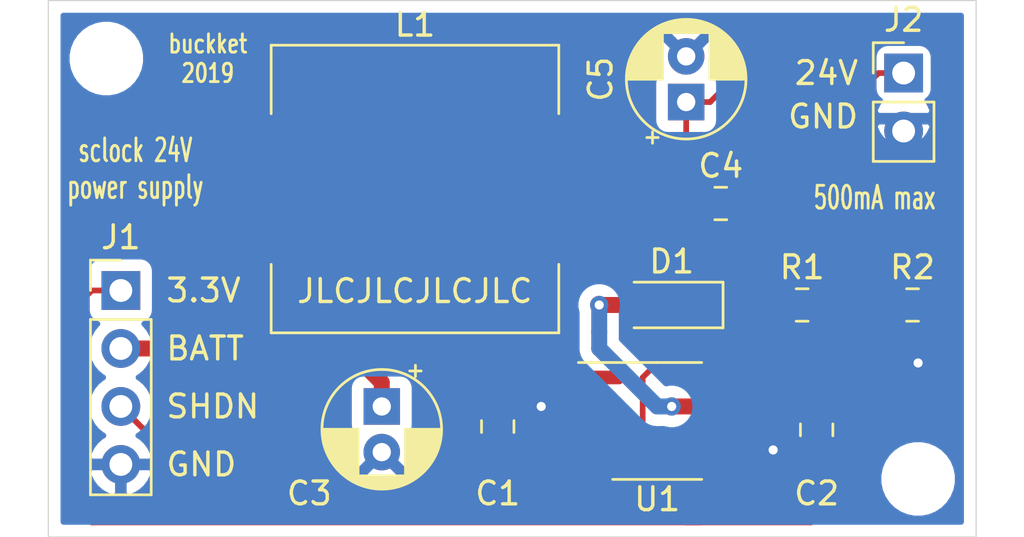
<source format=kicad_pcb>
(kicad_pcb (version 20171130) (host pcbnew 5.1.4)

  (general
    (thickness 1.6)
    (drawings 14)
    (tracks 81)
    (zones 0)
    (modules 14)
    (nets 9)
  )

  (page A4)
  (title_block
    (title sclock)
    (date 2019-08-10)
    (company buckket.org)
  )

  (layers
    (0 F.Cu signal)
    (31 B.Cu signal)
    (32 B.Adhes user)
    (33 F.Adhes user)
    (34 B.Paste user)
    (35 F.Paste user)
    (36 B.SilkS user)
    (37 F.SilkS user)
    (38 B.Mask user)
    (39 F.Mask user)
    (40 Dwgs.User user)
    (41 Cmts.User user)
    (42 Eco1.User user)
    (43 Eco2.User user)
    (44 Edge.Cuts user)
    (45 Margin user)
    (46 B.CrtYd user)
    (47 F.CrtYd user)
    (48 B.Fab user)
    (49 F.Fab user)
  )

  (setup
    (last_trace_width 0.25)
    (trace_clearance 0.2)
    (zone_clearance 0.508)
    (zone_45_only no)
    (trace_min 0.2)
    (via_size 0.8)
    (via_drill 0.4)
    (via_min_size 0.4)
    (via_min_drill 0.3)
    (uvia_size 0.3)
    (uvia_drill 0.1)
    (uvias_allowed no)
    (uvia_min_size 0.2)
    (uvia_min_drill 0.1)
    (edge_width 0.05)
    (segment_width 0.2)
    (pcb_text_width 0.3)
    (pcb_text_size 1.5 1.5)
    (mod_edge_width 0.12)
    (mod_text_size 1 1)
    (mod_text_width 0.15)
    (pad_size 1.524 1.524)
    (pad_drill 0.762)
    (pad_to_mask_clearance 0.051)
    (solder_mask_min_width 0.25)
    (aux_axis_origin 0 0)
    (visible_elements FFFFFF7F)
    (pcbplotparams
      (layerselection 0x010a8_ffffffff)
      (usegerberextensions false)
      (usegerberattributes false)
      (usegerberadvancedattributes false)
      (creategerberjobfile false)
      (excludeedgelayer true)
      (linewidth 0.100000)
      (plotframeref false)
      (viasonmask false)
      (mode 1)
      (useauxorigin false)
      (hpglpennumber 1)
      (hpglpenspeed 20)
      (hpglpendiameter 15.000000)
      (psnegative false)
      (psa4output false)
      (plotreference true)
      (plotvalue true)
      (plotinvisibletext false)
      (padsonsilk false)
      (subtractmaskfromsilk false)
      (outputformat 1)
      (mirror false)
      (drillshape 0)
      (scaleselection 1)
      (outputdirectory "gerber/"))
  )

  (net 0 "")
  (net 1 "Net-(C1-Pad1)")
  (net 2 GND)
  (net 3 +3V3)
  (net 4 +BATT)
  (net 5 +24V)
  (net 6 "Net-(C4-Pad2)")
  (net 7 "Net-(D1-Pad2)")
  (net 8 SHDN)

  (net_class Default "This is the default net class."
    (clearance 0.2)
    (trace_width 0.25)
    (via_dia 0.8)
    (via_drill 0.4)
    (uvia_dia 0.3)
    (uvia_drill 0.1)
    (add_net +24V)
    (add_net +3V3)
    (add_net +BATT)
    (add_net GND)
    (add_net "Net-(C1-Pad1)")
    (add_net "Net-(C4-Pad2)")
    (add_net "Net-(D1-Pad2)")
    (add_net SHDN)
  )

  (module MountingHole:MountingHole_2.2mm_M2 (layer F.Cu) (tedit 56D1B4CB) (tstamp 5D4ED70F)
    (at 103.505 81.915)
    (descr "Mounting Hole 2.2mm, no annular, M2")
    (tags "mounting hole 2.2mm no annular m2")
    (attr virtual)
    (fp_text reference REF** (at 0 -3.2) (layer F.SilkS) hide
      (effects (font (size 1 1) (thickness 0.15)))
    )
    (fp_text value MountingHole_2.2mm_M2 (at 3.81 -6.985 90) (layer F.Fab)
      (effects (font (size 1 1) (thickness 0.15)))
    )
    (fp_text user %R (at 0.3 0) (layer F.Fab)
      (effects (font (size 1 1) (thickness 0.15)))
    )
    (fp_circle (center 0 0) (end 2.2 0) (layer Cmts.User) (width 0.15))
    (fp_circle (center 0 0) (end 2.45 0) (layer F.CrtYd) (width 0.05))
    (pad 1 np_thru_hole circle (at 0 0) (size 2.2 2.2) (drill 2.2) (layers *.Cu *.Mask))
  )

  (module MountingHole:MountingHole_2.2mm_M2 (layer F.Cu) (tedit 56D1B4CB) (tstamp 5D4ED9F9)
    (at 67.945 63.5)
    (descr "Mounting Hole 2.2mm, no annular, M2")
    (tags "mounting hole 2.2mm no annular m2")
    (attr virtual)
    (fp_text reference REF** (at 0 -3.2) (layer F.SilkS) hide
      (effects (font (size 1 1) (thickness 0.15)))
    )
    (fp_text value MountingHole_2.2mm_M2 (at -3.81 6.985 90) (layer F.Fab)
      (effects (font (size 1 1) (thickness 0.15)))
    )
    (fp_circle (center 0 0) (end 2.45 0) (layer F.CrtYd) (width 0.05))
    (fp_circle (center 0 0) (end 2.2 0) (layer Cmts.User) (width 0.15))
    (fp_text user %R (at 0.3 0) (layer F.Fab)
      (effects (font (size 1 1) (thickness 0.15)))
    )
    (pad 1 np_thru_hole circle (at 0 0) (size 2.2 2.2) (drill 2.2) (layers *.Cu *.Mask))
  )

  (module Inductor_SMD:L_Wuerth_WE-PD-Typ-LS_Handsoldering (layer F.Cu) (tedit 5990349D) (tstamp 5D4E6125)
    (at 81.465 69.215)
    (descr "Choke, Drossel, WE-PD Typ LS, Wuerth, SMD, Handsoldering,")
    (tags "Choke Drossel WE-PDTypLS Wuerth SMD Handsoldering ")
    (path /5D4AACA0)
    (attr smd)
    (fp_text reference L1 (at 0 -7.2) (layer F.SilkS)
      (effects (font (size 1 1) (thickness 0.15)))
    )
    (fp_text value 47µH (at 0 -2.921) (layer F.Fab)
      (effects (font (size 1 1) (thickness 0.15)))
    )
    (fp_text user %R (at 0 0) (layer F.Fab)
      (effects (font (size 1 1) (thickness 0.15)))
    )
    (fp_line (start 6.2 3.3) (end 6.2 -3.4) (layer F.Fab) (width 0.1))
    (fp_line (start -6.2 -3.3) (end -6.2 3.3) (layer F.Fab) (width 0.1))
    (fp_line (start -6.75 6.5) (end -6.75 3) (layer F.CrtYd) (width 0.05))
    (fp_line (start -6.75 3) (end -8.75 3) (layer F.CrtYd) (width 0.05))
    (fp_line (start -8.75 3) (end -8.75 -3) (layer F.CrtYd) (width 0.05))
    (fp_line (start -8.75 -3) (end -6.75 -3) (layer F.CrtYd) (width 0.05))
    (fp_line (start -6.75 -3) (end -6.75 -6.5) (layer F.CrtYd) (width 0.05))
    (fp_line (start 6.75 -6.5) (end 6.75 -3) (layer F.CrtYd) (width 0.05))
    (fp_line (start 6.75 -3) (end 8.75 -3) (layer F.CrtYd) (width 0.05))
    (fp_line (start 8.75 -3) (end 8.75 3) (layer F.CrtYd) (width 0.05))
    (fp_line (start 8.75 3) (end 6.75 3) (layer F.CrtYd) (width 0.05))
    (fp_line (start 6.75 3) (end 6.75 6.5) (layer F.CrtYd) (width 0.05))
    (fp_line (start -6.3 -3.3) (end -6.3 -6.3) (layer F.SilkS) (width 0.12))
    (fp_line (start -6.3 -6.3) (end 6.3 -6.3) (layer F.SilkS) (width 0.12))
    (fp_line (start 6.3 -6.3) (end 6.3 -3.3) (layer F.SilkS) (width 0.12))
    (fp_line (start 6.3 3.3) (end 6.3 6.3) (layer F.SilkS) (width 0.12))
    (fp_line (start 6.3 6.3) (end -6.3 6.3) (layer F.SilkS) (width 0.12))
    (fp_line (start -6.3 6.3) (end -6.3 3.3) (layer F.SilkS) (width 0.12))
    (fp_line (start 6.75 6.5) (end -6.75 6.5) (layer F.CrtYd) (width 0.05))
    (fp_line (start -6.75 -6.5) (end 6.75 -6.5) (layer F.CrtYd) (width 0.05))
    (fp_line (start 4.9 3.3) (end 5 3.4) (layer F.Fab) (width 0.1))
    (fp_line (start 5 3.4) (end 5.1 3.8) (layer F.Fab) (width 0.1))
    (fp_line (start 5.1 3.8) (end 5 4.3) (layer F.Fab) (width 0.1))
    (fp_line (start 5 4.3) (end 4.8 4.6) (layer F.Fab) (width 0.1))
    (fp_line (start 4.8 4.6) (end 4.5 5) (layer F.Fab) (width 0.1))
    (fp_line (start 4.5 5) (end 4 5.1) (layer F.Fab) (width 0.1))
    (fp_line (start 4 5.1) (end 3.5 5) (layer F.Fab) (width 0.1))
    (fp_line (start 3.5 5) (end 3.1 4.7) (layer F.Fab) (width 0.1))
    (fp_line (start 3.1 4.7) (end 3 4.6) (layer F.Fab) (width 0.1))
    (fp_line (start 3 4.6) (end 2.4 5) (layer F.Fab) (width 0.1))
    (fp_line (start 2.4 5) (end 1.6 5.3) (layer F.Fab) (width 0.1))
    (fp_line (start 1.6 5.3) (end 0.6 5.5) (layer F.Fab) (width 0.1))
    (fp_line (start 0.6 5.5) (end -0.6 5.5) (layer F.Fab) (width 0.1))
    (fp_line (start -0.6 5.5) (end -1.5 5.3) (layer F.Fab) (width 0.1))
    (fp_line (start -1.5 5.3) (end -2.1 5.1) (layer F.Fab) (width 0.1))
    (fp_line (start -2.1 5.1) (end -2.6 4.9) (layer F.Fab) (width 0.1))
    (fp_line (start -2.6 4.9) (end -3 4.7) (layer F.Fab) (width 0.1))
    (fp_line (start -3 4.7) (end -3.3 4.9) (layer F.Fab) (width 0.1))
    (fp_line (start -3.3 4.9) (end -3.9 5.1) (layer F.Fab) (width 0.1))
    (fp_line (start -3.9 5.1) (end -4.3 5) (layer F.Fab) (width 0.1))
    (fp_line (start -4.3 5) (end -4.6 4.8) (layer F.Fab) (width 0.1))
    (fp_line (start -4.6 4.8) (end -4.9 4.6) (layer F.Fab) (width 0.1))
    (fp_line (start -4.9 4.6) (end -5.1 4.1) (layer F.Fab) (width 0.1))
    (fp_line (start -5.1 4.1) (end -5 3.6) (layer F.Fab) (width 0.1))
    (fp_line (start -5 3.6) (end -4.8 3.2) (layer F.Fab) (width 0.1))
    (fp_line (start 4.9 -3.3) (end 5 -3.6) (layer F.Fab) (width 0.1))
    (fp_line (start 5 -3.6) (end 5.1 -4) (layer F.Fab) (width 0.1))
    (fp_line (start 5.1 -4) (end 5 -4.3) (layer F.Fab) (width 0.1))
    (fp_line (start 5 -4.3) (end 4.8 -4.7) (layer F.Fab) (width 0.1))
    (fp_line (start 4.8 -4.7) (end 4.5 -4.9) (layer F.Fab) (width 0.1))
    (fp_line (start 4.5 -4.9) (end 4.2 -5.1) (layer F.Fab) (width 0.1))
    (fp_line (start 4.2 -5.1) (end 3.9 -5.1) (layer F.Fab) (width 0.1))
    (fp_line (start 3.9 -5.1) (end 3.6 -5) (layer F.Fab) (width 0.1))
    (fp_line (start 3.6 -5) (end 3.3 -4.9) (layer F.Fab) (width 0.1))
    (fp_line (start 3.3 -4.9) (end 3 -4.6) (layer F.Fab) (width 0.1))
    (fp_line (start 3 -4.6) (end 2.6 -4.9) (layer F.Fab) (width 0.1))
    (fp_line (start 2.6 -4.9) (end 2.2 -5.1) (layer F.Fab) (width 0.1))
    (fp_line (start 2.2 -5.1) (end 1.7 -5.3) (layer F.Fab) (width 0.1))
    (fp_line (start 1.7 -5.3) (end 0.9 -5.5) (layer F.Fab) (width 0.1))
    (fp_line (start 0.9 -5.5) (end 0 -5.6) (layer F.Fab) (width 0.1))
    (fp_line (start 0 -5.6) (end -0.8 -5.5) (layer F.Fab) (width 0.1))
    (fp_line (start -0.8 -5.5) (end -1.7 -5.3) (layer F.Fab) (width 0.1))
    (fp_line (start -1.7 -5.3) (end -2.6 -4.9) (layer F.Fab) (width 0.1))
    (fp_line (start -2.6 -4.9) (end -3 -4.7) (layer F.Fab) (width 0.1))
    (fp_line (start -3 -4.7) (end -3.3 -4.9) (layer F.Fab) (width 0.1))
    (fp_line (start -3.3 -4.9) (end -3.7 -5.1) (layer F.Fab) (width 0.1))
    (fp_line (start -3.7 -5.1) (end -4.2 -5) (layer F.Fab) (width 0.1))
    (fp_line (start -4.2 -5) (end -4.6 -4.8) (layer F.Fab) (width 0.1))
    (fp_line (start -4.6 -4.8) (end -4.9 -4.5) (layer F.Fab) (width 0.1))
    (fp_line (start -4.9 -4.5) (end -5.1 -4) (layer F.Fab) (width 0.1))
    (fp_line (start -5.1 -4) (end -5 -3.5) (layer F.Fab) (width 0.1))
    (fp_line (start -5 -3.5) (end -4.8 -3.2) (layer F.Fab) (width 0.1))
    (fp_line (start -6.2 3.3) (end -6.2 6.2) (layer F.Fab) (width 0.1))
    (fp_line (start -6.2 6.2) (end 6.2 6.2) (layer F.Fab) (width 0.1))
    (fp_line (start 6.2 6.2) (end 6.2 3.3) (layer F.Fab) (width 0.1))
    (fp_line (start 6.2 -6.2) (end -6.2 -6.2) (layer F.Fab) (width 0.1))
    (fp_line (start -6.2 -6.2) (end -6.2 -3.3) (layer F.Fab) (width 0.1))
    (fp_line (start 6.2 -6.2) (end 6.2 -3.3) (layer F.Fab) (width 0.1))
    (fp_circle (center 0 0) (end 0.9 0) (layer F.Adhes) (width 0.38))
    (fp_circle (center 0 0) (end 0.55 0) (layer F.Adhes) (width 0.38))
    (fp_circle (center 0 0) (end 0.15 0.15) (layer F.Adhes) (width 0.38))
    (fp_circle (center -2.1 3) (end -1.8 3.25) (layer F.Fab) (width 0.1))
    (pad 1 smd rect (at -5.9 0) (size 4.9 5.4) (layers F.Cu F.Paste F.Mask)
      (net 4 +BATT))
    (pad 2 smd rect (at 5.9 0) (size 4.9 5.4) (layers F.Cu F.Paste F.Mask)
      (net 7 "Net-(D1-Pad2)"))
    (model ${KISYS3DMOD}/Inductor_SMD.3dshapes/L_Wuerth_WE-PD-Typ-LS.wrl
      (at (xyz 0 0 0))
      (scale (xyz 1 1 1))
      (rotate (xyz 0 0 0))
    )
  )

  (module Capacitor_SMD:C_0805_2012Metric_Pad1.15x1.40mm_HandSolder (layer F.Cu) (tedit 5B36C52B) (tstamp 5D4EDF77)
    (at 85.09 79.62 90)
    (descr "Capacitor SMD 0805 (2012 Metric), square (rectangular) end terminal, IPC_7351 nominal with elongated pad for handsoldering. (Body size source: https://docs.google.com/spreadsheets/d/1BsfQQcO9C6DZCsRaXUlFlo91Tg2WpOkGARC1WS5S8t0/edit?usp=sharing), generated with kicad-footprint-generator")
    (tags "capacitor handsolder")
    (path /5D4A5A08)
    (attr smd)
    (fp_text reference C1 (at -2.93 0 180) (layer F.SilkS)
      (effects (font (size 1 1) (thickness 0.15)))
    )
    (fp_text value 0.1µF (at -2.93 0.635 180) (layer F.Fab)
      (effects (font (size 1 1) (thickness 0.15)))
    )
    (fp_line (start -1 0.6) (end -1 -0.6) (layer F.Fab) (width 0.1))
    (fp_line (start -1 -0.6) (end 1 -0.6) (layer F.Fab) (width 0.1))
    (fp_line (start 1 -0.6) (end 1 0.6) (layer F.Fab) (width 0.1))
    (fp_line (start 1 0.6) (end -1 0.6) (layer F.Fab) (width 0.1))
    (fp_line (start -0.261252 -0.71) (end 0.261252 -0.71) (layer F.SilkS) (width 0.12))
    (fp_line (start -0.261252 0.71) (end 0.261252 0.71) (layer F.SilkS) (width 0.12))
    (fp_line (start -1.85 0.95) (end -1.85 -0.95) (layer F.CrtYd) (width 0.05))
    (fp_line (start -1.85 -0.95) (end 1.85 -0.95) (layer F.CrtYd) (width 0.05))
    (fp_line (start 1.85 -0.95) (end 1.85 0.95) (layer F.CrtYd) (width 0.05))
    (fp_line (start 1.85 0.95) (end -1.85 0.95) (layer F.CrtYd) (width 0.05))
    (fp_text user %R (at 0 0 90) (layer F.Fab)
      (effects (font (size 0.5 0.5) (thickness 0.08)))
    )
    (pad 1 smd roundrect (at -1.025 0 90) (size 1.15 1.4) (layers F.Cu F.Paste F.Mask) (roundrect_rratio 0.217391)
      (net 1 "Net-(C1-Pad1)"))
    (pad 2 smd roundrect (at 1.025 0 90) (size 1.15 1.4) (layers F.Cu F.Paste F.Mask) (roundrect_rratio 0.217391)
      (net 2 GND))
    (model ${KISYS3DMOD}/Capacitor_SMD.3dshapes/C_0805_2012Metric.wrl
      (at (xyz 0 0 0))
      (scale (xyz 1 1 1))
      (rotate (xyz 0 0 0))
    )
  )

  (module Capacitor_SMD:C_0805_2012Metric_Pad1.15x1.40mm_HandSolder (layer F.Cu) (tedit 5B36C52B) (tstamp 5D4E86DF)
    (at 99.06 79.765 270)
    (descr "Capacitor SMD 0805 (2012 Metric), square (rectangular) end terminal, IPC_7351 nominal with elongated pad for handsoldering. (Body size source: https://docs.google.com/spreadsheets/d/1BsfQQcO9C6DZCsRaXUlFlo91Tg2WpOkGARC1WS5S8t0/edit?usp=sharing), generated with kicad-footprint-generator")
    (tags "capacitor handsolder")
    (path /5D4A7E00)
    (attr smd)
    (fp_text reference C2 (at 2.785 0 180) (layer F.SilkS)
      (effects (font (size 1 1) (thickness 0.15)))
    )
    (fp_text value 0.1µF (at 2.785 0 180) (layer F.Fab)
      (effects (font (size 1 1) (thickness 0.15)))
    )
    (fp_text user %R (at 0 0 90) (layer F.Fab)
      (effects (font (size 0.5 0.5) (thickness 0.08)))
    )
    (fp_line (start 1.85 0.95) (end -1.85 0.95) (layer F.CrtYd) (width 0.05))
    (fp_line (start 1.85 -0.95) (end 1.85 0.95) (layer F.CrtYd) (width 0.05))
    (fp_line (start -1.85 -0.95) (end 1.85 -0.95) (layer F.CrtYd) (width 0.05))
    (fp_line (start -1.85 0.95) (end -1.85 -0.95) (layer F.CrtYd) (width 0.05))
    (fp_line (start -0.261252 0.71) (end 0.261252 0.71) (layer F.SilkS) (width 0.12))
    (fp_line (start -0.261252 -0.71) (end 0.261252 -0.71) (layer F.SilkS) (width 0.12))
    (fp_line (start 1 0.6) (end -1 0.6) (layer F.Fab) (width 0.1))
    (fp_line (start 1 -0.6) (end 1 0.6) (layer F.Fab) (width 0.1))
    (fp_line (start -1 -0.6) (end 1 -0.6) (layer F.Fab) (width 0.1))
    (fp_line (start -1 0.6) (end -1 -0.6) (layer F.Fab) (width 0.1))
    (pad 2 smd roundrect (at 1.025 0 270) (size 1.15 1.4) (layers F.Cu F.Paste F.Mask) (roundrect_rratio 0.217391)
      (net 2 GND))
    (pad 1 smd roundrect (at -1.025 0 270) (size 1.15 1.4) (layers F.Cu F.Paste F.Mask) (roundrect_rratio 0.217391)
      (net 3 +3V3))
    (model ${KISYS3DMOD}/Capacitor_SMD.3dshapes/C_0805_2012Metric.wrl
      (at (xyz 0 0 0))
      (scale (xyz 1 1 1))
      (rotate (xyz 0 0 0))
    )
  )

  (module Capacitor_THT:CP_Radial_D5.0mm_P2.00mm (layer F.Cu) (tedit 5AE50EF0) (tstamp 5D4E7510)
    (at 80.01 78.74 270)
    (descr "CP, Radial series, Radial, pin pitch=2.00mm, , diameter=5mm, Electrolytic Capacitor")
    (tags "CP Radial series Radial pin pitch 2.00mm  diameter 5mm Electrolytic Capacitor")
    (path /5D4A9C25)
    (fp_text reference C3 (at 3.81 3.175 180) (layer F.SilkS)
      (effects (font (size 1 1) (thickness 0.15)))
    )
    (fp_text value 10µF (at 1 5.08 180) (layer F.Fab)
      (effects (font (size 1 1) (thickness 0.15)))
    )
    (fp_circle (center 1 0) (end 3.5 0) (layer F.Fab) (width 0.1))
    (fp_circle (center 1 0) (end 3.62 0) (layer F.SilkS) (width 0.12))
    (fp_circle (center 1 0) (end 3.75 0) (layer F.CrtYd) (width 0.05))
    (fp_line (start -1.133605 -1.0875) (end -0.633605 -1.0875) (layer F.Fab) (width 0.1))
    (fp_line (start -0.883605 -1.3375) (end -0.883605 -0.8375) (layer F.Fab) (width 0.1))
    (fp_line (start 1 1.04) (end 1 2.58) (layer F.SilkS) (width 0.12))
    (fp_line (start 1 -2.58) (end 1 -1.04) (layer F.SilkS) (width 0.12))
    (fp_line (start 1.04 1.04) (end 1.04 2.58) (layer F.SilkS) (width 0.12))
    (fp_line (start 1.04 -2.58) (end 1.04 -1.04) (layer F.SilkS) (width 0.12))
    (fp_line (start 1.08 -2.579) (end 1.08 -1.04) (layer F.SilkS) (width 0.12))
    (fp_line (start 1.08 1.04) (end 1.08 2.579) (layer F.SilkS) (width 0.12))
    (fp_line (start 1.12 -2.578) (end 1.12 -1.04) (layer F.SilkS) (width 0.12))
    (fp_line (start 1.12 1.04) (end 1.12 2.578) (layer F.SilkS) (width 0.12))
    (fp_line (start 1.16 -2.576) (end 1.16 -1.04) (layer F.SilkS) (width 0.12))
    (fp_line (start 1.16 1.04) (end 1.16 2.576) (layer F.SilkS) (width 0.12))
    (fp_line (start 1.2 -2.573) (end 1.2 -1.04) (layer F.SilkS) (width 0.12))
    (fp_line (start 1.2 1.04) (end 1.2 2.573) (layer F.SilkS) (width 0.12))
    (fp_line (start 1.24 -2.569) (end 1.24 -1.04) (layer F.SilkS) (width 0.12))
    (fp_line (start 1.24 1.04) (end 1.24 2.569) (layer F.SilkS) (width 0.12))
    (fp_line (start 1.28 -2.565) (end 1.28 -1.04) (layer F.SilkS) (width 0.12))
    (fp_line (start 1.28 1.04) (end 1.28 2.565) (layer F.SilkS) (width 0.12))
    (fp_line (start 1.32 -2.561) (end 1.32 -1.04) (layer F.SilkS) (width 0.12))
    (fp_line (start 1.32 1.04) (end 1.32 2.561) (layer F.SilkS) (width 0.12))
    (fp_line (start 1.36 -2.556) (end 1.36 -1.04) (layer F.SilkS) (width 0.12))
    (fp_line (start 1.36 1.04) (end 1.36 2.556) (layer F.SilkS) (width 0.12))
    (fp_line (start 1.4 -2.55) (end 1.4 -1.04) (layer F.SilkS) (width 0.12))
    (fp_line (start 1.4 1.04) (end 1.4 2.55) (layer F.SilkS) (width 0.12))
    (fp_line (start 1.44 -2.543) (end 1.44 -1.04) (layer F.SilkS) (width 0.12))
    (fp_line (start 1.44 1.04) (end 1.44 2.543) (layer F.SilkS) (width 0.12))
    (fp_line (start 1.48 -2.536) (end 1.48 -1.04) (layer F.SilkS) (width 0.12))
    (fp_line (start 1.48 1.04) (end 1.48 2.536) (layer F.SilkS) (width 0.12))
    (fp_line (start 1.52 -2.528) (end 1.52 -1.04) (layer F.SilkS) (width 0.12))
    (fp_line (start 1.52 1.04) (end 1.52 2.528) (layer F.SilkS) (width 0.12))
    (fp_line (start 1.56 -2.52) (end 1.56 -1.04) (layer F.SilkS) (width 0.12))
    (fp_line (start 1.56 1.04) (end 1.56 2.52) (layer F.SilkS) (width 0.12))
    (fp_line (start 1.6 -2.511) (end 1.6 -1.04) (layer F.SilkS) (width 0.12))
    (fp_line (start 1.6 1.04) (end 1.6 2.511) (layer F.SilkS) (width 0.12))
    (fp_line (start 1.64 -2.501) (end 1.64 -1.04) (layer F.SilkS) (width 0.12))
    (fp_line (start 1.64 1.04) (end 1.64 2.501) (layer F.SilkS) (width 0.12))
    (fp_line (start 1.68 -2.491) (end 1.68 -1.04) (layer F.SilkS) (width 0.12))
    (fp_line (start 1.68 1.04) (end 1.68 2.491) (layer F.SilkS) (width 0.12))
    (fp_line (start 1.721 -2.48) (end 1.721 -1.04) (layer F.SilkS) (width 0.12))
    (fp_line (start 1.721 1.04) (end 1.721 2.48) (layer F.SilkS) (width 0.12))
    (fp_line (start 1.761 -2.468) (end 1.761 -1.04) (layer F.SilkS) (width 0.12))
    (fp_line (start 1.761 1.04) (end 1.761 2.468) (layer F.SilkS) (width 0.12))
    (fp_line (start 1.801 -2.455) (end 1.801 -1.04) (layer F.SilkS) (width 0.12))
    (fp_line (start 1.801 1.04) (end 1.801 2.455) (layer F.SilkS) (width 0.12))
    (fp_line (start 1.841 -2.442) (end 1.841 -1.04) (layer F.SilkS) (width 0.12))
    (fp_line (start 1.841 1.04) (end 1.841 2.442) (layer F.SilkS) (width 0.12))
    (fp_line (start 1.881 -2.428) (end 1.881 -1.04) (layer F.SilkS) (width 0.12))
    (fp_line (start 1.881 1.04) (end 1.881 2.428) (layer F.SilkS) (width 0.12))
    (fp_line (start 1.921 -2.414) (end 1.921 -1.04) (layer F.SilkS) (width 0.12))
    (fp_line (start 1.921 1.04) (end 1.921 2.414) (layer F.SilkS) (width 0.12))
    (fp_line (start 1.961 -2.398) (end 1.961 -1.04) (layer F.SilkS) (width 0.12))
    (fp_line (start 1.961 1.04) (end 1.961 2.398) (layer F.SilkS) (width 0.12))
    (fp_line (start 2.001 -2.382) (end 2.001 -1.04) (layer F.SilkS) (width 0.12))
    (fp_line (start 2.001 1.04) (end 2.001 2.382) (layer F.SilkS) (width 0.12))
    (fp_line (start 2.041 -2.365) (end 2.041 -1.04) (layer F.SilkS) (width 0.12))
    (fp_line (start 2.041 1.04) (end 2.041 2.365) (layer F.SilkS) (width 0.12))
    (fp_line (start 2.081 -2.348) (end 2.081 -1.04) (layer F.SilkS) (width 0.12))
    (fp_line (start 2.081 1.04) (end 2.081 2.348) (layer F.SilkS) (width 0.12))
    (fp_line (start 2.121 -2.329) (end 2.121 -1.04) (layer F.SilkS) (width 0.12))
    (fp_line (start 2.121 1.04) (end 2.121 2.329) (layer F.SilkS) (width 0.12))
    (fp_line (start 2.161 -2.31) (end 2.161 -1.04) (layer F.SilkS) (width 0.12))
    (fp_line (start 2.161 1.04) (end 2.161 2.31) (layer F.SilkS) (width 0.12))
    (fp_line (start 2.201 -2.29) (end 2.201 -1.04) (layer F.SilkS) (width 0.12))
    (fp_line (start 2.201 1.04) (end 2.201 2.29) (layer F.SilkS) (width 0.12))
    (fp_line (start 2.241 -2.268) (end 2.241 -1.04) (layer F.SilkS) (width 0.12))
    (fp_line (start 2.241 1.04) (end 2.241 2.268) (layer F.SilkS) (width 0.12))
    (fp_line (start 2.281 -2.247) (end 2.281 -1.04) (layer F.SilkS) (width 0.12))
    (fp_line (start 2.281 1.04) (end 2.281 2.247) (layer F.SilkS) (width 0.12))
    (fp_line (start 2.321 -2.224) (end 2.321 -1.04) (layer F.SilkS) (width 0.12))
    (fp_line (start 2.321 1.04) (end 2.321 2.224) (layer F.SilkS) (width 0.12))
    (fp_line (start 2.361 -2.2) (end 2.361 -1.04) (layer F.SilkS) (width 0.12))
    (fp_line (start 2.361 1.04) (end 2.361 2.2) (layer F.SilkS) (width 0.12))
    (fp_line (start 2.401 -2.175) (end 2.401 -1.04) (layer F.SilkS) (width 0.12))
    (fp_line (start 2.401 1.04) (end 2.401 2.175) (layer F.SilkS) (width 0.12))
    (fp_line (start 2.441 -2.149) (end 2.441 -1.04) (layer F.SilkS) (width 0.12))
    (fp_line (start 2.441 1.04) (end 2.441 2.149) (layer F.SilkS) (width 0.12))
    (fp_line (start 2.481 -2.122) (end 2.481 -1.04) (layer F.SilkS) (width 0.12))
    (fp_line (start 2.481 1.04) (end 2.481 2.122) (layer F.SilkS) (width 0.12))
    (fp_line (start 2.521 -2.095) (end 2.521 -1.04) (layer F.SilkS) (width 0.12))
    (fp_line (start 2.521 1.04) (end 2.521 2.095) (layer F.SilkS) (width 0.12))
    (fp_line (start 2.561 -2.065) (end 2.561 -1.04) (layer F.SilkS) (width 0.12))
    (fp_line (start 2.561 1.04) (end 2.561 2.065) (layer F.SilkS) (width 0.12))
    (fp_line (start 2.601 -2.035) (end 2.601 -1.04) (layer F.SilkS) (width 0.12))
    (fp_line (start 2.601 1.04) (end 2.601 2.035) (layer F.SilkS) (width 0.12))
    (fp_line (start 2.641 -2.004) (end 2.641 -1.04) (layer F.SilkS) (width 0.12))
    (fp_line (start 2.641 1.04) (end 2.641 2.004) (layer F.SilkS) (width 0.12))
    (fp_line (start 2.681 -1.971) (end 2.681 -1.04) (layer F.SilkS) (width 0.12))
    (fp_line (start 2.681 1.04) (end 2.681 1.971) (layer F.SilkS) (width 0.12))
    (fp_line (start 2.721 -1.937) (end 2.721 -1.04) (layer F.SilkS) (width 0.12))
    (fp_line (start 2.721 1.04) (end 2.721 1.937) (layer F.SilkS) (width 0.12))
    (fp_line (start 2.761 -1.901) (end 2.761 -1.04) (layer F.SilkS) (width 0.12))
    (fp_line (start 2.761 1.04) (end 2.761 1.901) (layer F.SilkS) (width 0.12))
    (fp_line (start 2.801 -1.864) (end 2.801 -1.04) (layer F.SilkS) (width 0.12))
    (fp_line (start 2.801 1.04) (end 2.801 1.864) (layer F.SilkS) (width 0.12))
    (fp_line (start 2.841 -1.826) (end 2.841 -1.04) (layer F.SilkS) (width 0.12))
    (fp_line (start 2.841 1.04) (end 2.841 1.826) (layer F.SilkS) (width 0.12))
    (fp_line (start 2.881 -1.785) (end 2.881 -1.04) (layer F.SilkS) (width 0.12))
    (fp_line (start 2.881 1.04) (end 2.881 1.785) (layer F.SilkS) (width 0.12))
    (fp_line (start 2.921 -1.743) (end 2.921 -1.04) (layer F.SilkS) (width 0.12))
    (fp_line (start 2.921 1.04) (end 2.921 1.743) (layer F.SilkS) (width 0.12))
    (fp_line (start 2.961 -1.699) (end 2.961 -1.04) (layer F.SilkS) (width 0.12))
    (fp_line (start 2.961 1.04) (end 2.961 1.699) (layer F.SilkS) (width 0.12))
    (fp_line (start 3.001 -1.653) (end 3.001 -1.04) (layer F.SilkS) (width 0.12))
    (fp_line (start 3.001 1.04) (end 3.001 1.653) (layer F.SilkS) (width 0.12))
    (fp_line (start 3.041 -1.605) (end 3.041 1.605) (layer F.SilkS) (width 0.12))
    (fp_line (start 3.081 -1.554) (end 3.081 1.554) (layer F.SilkS) (width 0.12))
    (fp_line (start 3.121 -1.5) (end 3.121 1.5) (layer F.SilkS) (width 0.12))
    (fp_line (start 3.161 -1.443) (end 3.161 1.443) (layer F.SilkS) (width 0.12))
    (fp_line (start 3.201 -1.383) (end 3.201 1.383) (layer F.SilkS) (width 0.12))
    (fp_line (start 3.241 -1.319) (end 3.241 1.319) (layer F.SilkS) (width 0.12))
    (fp_line (start 3.281 -1.251) (end 3.281 1.251) (layer F.SilkS) (width 0.12))
    (fp_line (start 3.321 -1.178) (end 3.321 1.178) (layer F.SilkS) (width 0.12))
    (fp_line (start 3.361 -1.098) (end 3.361 1.098) (layer F.SilkS) (width 0.12))
    (fp_line (start 3.401 -1.011) (end 3.401 1.011) (layer F.SilkS) (width 0.12))
    (fp_line (start 3.441 -0.915) (end 3.441 0.915) (layer F.SilkS) (width 0.12))
    (fp_line (start 3.481 -0.805) (end 3.481 0.805) (layer F.SilkS) (width 0.12))
    (fp_line (start 3.521 -0.677) (end 3.521 0.677) (layer F.SilkS) (width 0.12))
    (fp_line (start 3.561 -0.518) (end 3.561 0.518) (layer F.SilkS) (width 0.12))
    (fp_line (start 3.601 -0.284) (end 3.601 0.284) (layer F.SilkS) (width 0.12))
    (fp_line (start -1.804775 -1.475) (end -1.304775 -1.475) (layer F.SilkS) (width 0.12))
    (fp_line (start -1.554775 -1.725) (end -1.554775 -1.225) (layer F.SilkS) (width 0.12))
    (fp_text user %R (at 1 0 90) (layer F.Fab)
      (effects (font (size 1 1) (thickness 0.15)))
    )
    (pad 1 thru_hole rect (at 0 0 270) (size 1.6 1.6) (drill 0.8) (layers *.Cu *.Mask)
      (net 4 +BATT))
    (pad 2 thru_hole circle (at 2 0 270) (size 1.6 1.6) (drill 0.8) (layers *.Cu *.Mask)
      (net 2 GND))
    (model ${KISYS3DMOD}/Capacitor_THT.3dshapes/CP_Radial_D5.0mm_P2.00mm.wrl
      (at (xyz 0 0 0))
      (scale (xyz 1 1 1))
      (rotate (xyz 0 0 0))
    )
  )

  (module Capacitor_SMD:C_0805_2012Metric_Pad1.15x1.40mm_HandSolder (layer F.Cu) (tedit 5B36C52B) (tstamp 5D4EE052)
    (at 94.86 69.85)
    (descr "Capacitor SMD 0805 (2012 Metric), square (rectangular) end terminal, IPC_7351 nominal with elongated pad for handsoldering. (Body size source: https://docs.google.com/spreadsheets/d/1BsfQQcO9C6DZCsRaXUlFlo91Tg2WpOkGARC1WS5S8t0/edit?usp=sharing), generated with kicad-footprint-generator")
    (tags "capacitor handsolder")
    (path /5D4ADE16)
    (attr smd)
    (fp_text reference C4 (at 0 -1.65) (layer F.SilkS)
      (effects (font (size 1 1) (thickness 0.15)))
    )
    (fp_text value 150pF (at 1.025 -1.905) (layer F.Fab)
      (effects (font (size 1 1) (thickness 0.15)))
    )
    (fp_line (start -1 0.6) (end -1 -0.6) (layer F.Fab) (width 0.1))
    (fp_line (start -1 -0.6) (end 1 -0.6) (layer F.Fab) (width 0.1))
    (fp_line (start 1 -0.6) (end 1 0.6) (layer F.Fab) (width 0.1))
    (fp_line (start 1 0.6) (end -1 0.6) (layer F.Fab) (width 0.1))
    (fp_line (start -0.261252 -0.71) (end 0.261252 -0.71) (layer F.SilkS) (width 0.12))
    (fp_line (start -0.261252 0.71) (end 0.261252 0.71) (layer F.SilkS) (width 0.12))
    (fp_line (start -1.85 0.95) (end -1.85 -0.95) (layer F.CrtYd) (width 0.05))
    (fp_line (start -1.85 -0.95) (end 1.85 -0.95) (layer F.CrtYd) (width 0.05))
    (fp_line (start 1.85 -0.95) (end 1.85 0.95) (layer F.CrtYd) (width 0.05))
    (fp_line (start 1.85 0.95) (end -1.85 0.95) (layer F.CrtYd) (width 0.05))
    (fp_text user %R (at 0 0) (layer F.Fab)
      (effects (font (size 0.5 0.5) (thickness 0.08)))
    )
    (pad 1 smd roundrect (at -1.025 0) (size 1.15 1.4) (layers F.Cu F.Paste F.Mask) (roundrect_rratio 0.217391)
      (net 5 +24V))
    (pad 2 smd roundrect (at 1.025 0) (size 1.15 1.4) (layers F.Cu F.Paste F.Mask) (roundrect_rratio 0.217391)
      (net 6 "Net-(C4-Pad2)"))
    (model ${KISYS3DMOD}/Capacitor_SMD.3dshapes/C_0805_2012Metric.wrl
      (at (xyz 0 0 0))
      (scale (xyz 1 1 1))
      (rotate (xyz 0 0 0))
    )
  )

  (module Capacitor_THT:CP_Radial_D5.0mm_P2.00mm (layer F.Cu) (tedit 5AE50EF0) (tstamp 5D4E81B0)
    (at 93.345 65.405 90)
    (descr "CP, Radial series, Radial, pin pitch=2.00mm, , diameter=5mm, Electrolytic Capacitor")
    (tags "CP Radial series Radial pin pitch 2.00mm  diameter 5mm Electrolytic Capacitor")
    (path /5D4B626A)
    (fp_text reference C5 (at 1 -3.75 90) (layer F.SilkS)
      (effects (font (size 1 1) (thickness 0.15)))
    )
    (fp_text value 10µF (at 3.175 4.445 180) (layer F.Fab)
      (effects (font (size 1 1) (thickness 0.15)))
    )
    (fp_text user %R (at 1 0 90) (layer F.Fab)
      (effects (font (size 1 1) (thickness 0.15)))
    )
    (fp_line (start -1.554775 -1.725) (end -1.554775 -1.225) (layer F.SilkS) (width 0.12))
    (fp_line (start -1.804775 -1.475) (end -1.304775 -1.475) (layer F.SilkS) (width 0.12))
    (fp_line (start 3.601 -0.284) (end 3.601 0.284) (layer F.SilkS) (width 0.12))
    (fp_line (start 3.561 -0.518) (end 3.561 0.518) (layer F.SilkS) (width 0.12))
    (fp_line (start 3.521 -0.677) (end 3.521 0.677) (layer F.SilkS) (width 0.12))
    (fp_line (start 3.481 -0.805) (end 3.481 0.805) (layer F.SilkS) (width 0.12))
    (fp_line (start 3.441 -0.915) (end 3.441 0.915) (layer F.SilkS) (width 0.12))
    (fp_line (start 3.401 -1.011) (end 3.401 1.011) (layer F.SilkS) (width 0.12))
    (fp_line (start 3.361 -1.098) (end 3.361 1.098) (layer F.SilkS) (width 0.12))
    (fp_line (start 3.321 -1.178) (end 3.321 1.178) (layer F.SilkS) (width 0.12))
    (fp_line (start 3.281 -1.251) (end 3.281 1.251) (layer F.SilkS) (width 0.12))
    (fp_line (start 3.241 -1.319) (end 3.241 1.319) (layer F.SilkS) (width 0.12))
    (fp_line (start 3.201 -1.383) (end 3.201 1.383) (layer F.SilkS) (width 0.12))
    (fp_line (start 3.161 -1.443) (end 3.161 1.443) (layer F.SilkS) (width 0.12))
    (fp_line (start 3.121 -1.5) (end 3.121 1.5) (layer F.SilkS) (width 0.12))
    (fp_line (start 3.081 -1.554) (end 3.081 1.554) (layer F.SilkS) (width 0.12))
    (fp_line (start 3.041 -1.605) (end 3.041 1.605) (layer F.SilkS) (width 0.12))
    (fp_line (start 3.001 1.04) (end 3.001 1.653) (layer F.SilkS) (width 0.12))
    (fp_line (start 3.001 -1.653) (end 3.001 -1.04) (layer F.SilkS) (width 0.12))
    (fp_line (start 2.961 1.04) (end 2.961 1.699) (layer F.SilkS) (width 0.12))
    (fp_line (start 2.961 -1.699) (end 2.961 -1.04) (layer F.SilkS) (width 0.12))
    (fp_line (start 2.921 1.04) (end 2.921 1.743) (layer F.SilkS) (width 0.12))
    (fp_line (start 2.921 -1.743) (end 2.921 -1.04) (layer F.SilkS) (width 0.12))
    (fp_line (start 2.881 1.04) (end 2.881 1.785) (layer F.SilkS) (width 0.12))
    (fp_line (start 2.881 -1.785) (end 2.881 -1.04) (layer F.SilkS) (width 0.12))
    (fp_line (start 2.841 1.04) (end 2.841 1.826) (layer F.SilkS) (width 0.12))
    (fp_line (start 2.841 -1.826) (end 2.841 -1.04) (layer F.SilkS) (width 0.12))
    (fp_line (start 2.801 1.04) (end 2.801 1.864) (layer F.SilkS) (width 0.12))
    (fp_line (start 2.801 -1.864) (end 2.801 -1.04) (layer F.SilkS) (width 0.12))
    (fp_line (start 2.761 1.04) (end 2.761 1.901) (layer F.SilkS) (width 0.12))
    (fp_line (start 2.761 -1.901) (end 2.761 -1.04) (layer F.SilkS) (width 0.12))
    (fp_line (start 2.721 1.04) (end 2.721 1.937) (layer F.SilkS) (width 0.12))
    (fp_line (start 2.721 -1.937) (end 2.721 -1.04) (layer F.SilkS) (width 0.12))
    (fp_line (start 2.681 1.04) (end 2.681 1.971) (layer F.SilkS) (width 0.12))
    (fp_line (start 2.681 -1.971) (end 2.681 -1.04) (layer F.SilkS) (width 0.12))
    (fp_line (start 2.641 1.04) (end 2.641 2.004) (layer F.SilkS) (width 0.12))
    (fp_line (start 2.641 -2.004) (end 2.641 -1.04) (layer F.SilkS) (width 0.12))
    (fp_line (start 2.601 1.04) (end 2.601 2.035) (layer F.SilkS) (width 0.12))
    (fp_line (start 2.601 -2.035) (end 2.601 -1.04) (layer F.SilkS) (width 0.12))
    (fp_line (start 2.561 1.04) (end 2.561 2.065) (layer F.SilkS) (width 0.12))
    (fp_line (start 2.561 -2.065) (end 2.561 -1.04) (layer F.SilkS) (width 0.12))
    (fp_line (start 2.521 1.04) (end 2.521 2.095) (layer F.SilkS) (width 0.12))
    (fp_line (start 2.521 -2.095) (end 2.521 -1.04) (layer F.SilkS) (width 0.12))
    (fp_line (start 2.481 1.04) (end 2.481 2.122) (layer F.SilkS) (width 0.12))
    (fp_line (start 2.481 -2.122) (end 2.481 -1.04) (layer F.SilkS) (width 0.12))
    (fp_line (start 2.441 1.04) (end 2.441 2.149) (layer F.SilkS) (width 0.12))
    (fp_line (start 2.441 -2.149) (end 2.441 -1.04) (layer F.SilkS) (width 0.12))
    (fp_line (start 2.401 1.04) (end 2.401 2.175) (layer F.SilkS) (width 0.12))
    (fp_line (start 2.401 -2.175) (end 2.401 -1.04) (layer F.SilkS) (width 0.12))
    (fp_line (start 2.361 1.04) (end 2.361 2.2) (layer F.SilkS) (width 0.12))
    (fp_line (start 2.361 -2.2) (end 2.361 -1.04) (layer F.SilkS) (width 0.12))
    (fp_line (start 2.321 1.04) (end 2.321 2.224) (layer F.SilkS) (width 0.12))
    (fp_line (start 2.321 -2.224) (end 2.321 -1.04) (layer F.SilkS) (width 0.12))
    (fp_line (start 2.281 1.04) (end 2.281 2.247) (layer F.SilkS) (width 0.12))
    (fp_line (start 2.281 -2.247) (end 2.281 -1.04) (layer F.SilkS) (width 0.12))
    (fp_line (start 2.241 1.04) (end 2.241 2.268) (layer F.SilkS) (width 0.12))
    (fp_line (start 2.241 -2.268) (end 2.241 -1.04) (layer F.SilkS) (width 0.12))
    (fp_line (start 2.201 1.04) (end 2.201 2.29) (layer F.SilkS) (width 0.12))
    (fp_line (start 2.201 -2.29) (end 2.201 -1.04) (layer F.SilkS) (width 0.12))
    (fp_line (start 2.161 1.04) (end 2.161 2.31) (layer F.SilkS) (width 0.12))
    (fp_line (start 2.161 -2.31) (end 2.161 -1.04) (layer F.SilkS) (width 0.12))
    (fp_line (start 2.121 1.04) (end 2.121 2.329) (layer F.SilkS) (width 0.12))
    (fp_line (start 2.121 -2.329) (end 2.121 -1.04) (layer F.SilkS) (width 0.12))
    (fp_line (start 2.081 1.04) (end 2.081 2.348) (layer F.SilkS) (width 0.12))
    (fp_line (start 2.081 -2.348) (end 2.081 -1.04) (layer F.SilkS) (width 0.12))
    (fp_line (start 2.041 1.04) (end 2.041 2.365) (layer F.SilkS) (width 0.12))
    (fp_line (start 2.041 -2.365) (end 2.041 -1.04) (layer F.SilkS) (width 0.12))
    (fp_line (start 2.001 1.04) (end 2.001 2.382) (layer F.SilkS) (width 0.12))
    (fp_line (start 2.001 -2.382) (end 2.001 -1.04) (layer F.SilkS) (width 0.12))
    (fp_line (start 1.961 1.04) (end 1.961 2.398) (layer F.SilkS) (width 0.12))
    (fp_line (start 1.961 -2.398) (end 1.961 -1.04) (layer F.SilkS) (width 0.12))
    (fp_line (start 1.921 1.04) (end 1.921 2.414) (layer F.SilkS) (width 0.12))
    (fp_line (start 1.921 -2.414) (end 1.921 -1.04) (layer F.SilkS) (width 0.12))
    (fp_line (start 1.881 1.04) (end 1.881 2.428) (layer F.SilkS) (width 0.12))
    (fp_line (start 1.881 -2.428) (end 1.881 -1.04) (layer F.SilkS) (width 0.12))
    (fp_line (start 1.841 1.04) (end 1.841 2.442) (layer F.SilkS) (width 0.12))
    (fp_line (start 1.841 -2.442) (end 1.841 -1.04) (layer F.SilkS) (width 0.12))
    (fp_line (start 1.801 1.04) (end 1.801 2.455) (layer F.SilkS) (width 0.12))
    (fp_line (start 1.801 -2.455) (end 1.801 -1.04) (layer F.SilkS) (width 0.12))
    (fp_line (start 1.761 1.04) (end 1.761 2.468) (layer F.SilkS) (width 0.12))
    (fp_line (start 1.761 -2.468) (end 1.761 -1.04) (layer F.SilkS) (width 0.12))
    (fp_line (start 1.721 1.04) (end 1.721 2.48) (layer F.SilkS) (width 0.12))
    (fp_line (start 1.721 -2.48) (end 1.721 -1.04) (layer F.SilkS) (width 0.12))
    (fp_line (start 1.68 1.04) (end 1.68 2.491) (layer F.SilkS) (width 0.12))
    (fp_line (start 1.68 -2.491) (end 1.68 -1.04) (layer F.SilkS) (width 0.12))
    (fp_line (start 1.64 1.04) (end 1.64 2.501) (layer F.SilkS) (width 0.12))
    (fp_line (start 1.64 -2.501) (end 1.64 -1.04) (layer F.SilkS) (width 0.12))
    (fp_line (start 1.6 1.04) (end 1.6 2.511) (layer F.SilkS) (width 0.12))
    (fp_line (start 1.6 -2.511) (end 1.6 -1.04) (layer F.SilkS) (width 0.12))
    (fp_line (start 1.56 1.04) (end 1.56 2.52) (layer F.SilkS) (width 0.12))
    (fp_line (start 1.56 -2.52) (end 1.56 -1.04) (layer F.SilkS) (width 0.12))
    (fp_line (start 1.52 1.04) (end 1.52 2.528) (layer F.SilkS) (width 0.12))
    (fp_line (start 1.52 -2.528) (end 1.52 -1.04) (layer F.SilkS) (width 0.12))
    (fp_line (start 1.48 1.04) (end 1.48 2.536) (layer F.SilkS) (width 0.12))
    (fp_line (start 1.48 -2.536) (end 1.48 -1.04) (layer F.SilkS) (width 0.12))
    (fp_line (start 1.44 1.04) (end 1.44 2.543) (layer F.SilkS) (width 0.12))
    (fp_line (start 1.44 -2.543) (end 1.44 -1.04) (layer F.SilkS) (width 0.12))
    (fp_line (start 1.4 1.04) (end 1.4 2.55) (layer F.SilkS) (width 0.12))
    (fp_line (start 1.4 -2.55) (end 1.4 -1.04) (layer F.SilkS) (width 0.12))
    (fp_line (start 1.36 1.04) (end 1.36 2.556) (layer F.SilkS) (width 0.12))
    (fp_line (start 1.36 -2.556) (end 1.36 -1.04) (layer F.SilkS) (width 0.12))
    (fp_line (start 1.32 1.04) (end 1.32 2.561) (layer F.SilkS) (width 0.12))
    (fp_line (start 1.32 -2.561) (end 1.32 -1.04) (layer F.SilkS) (width 0.12))
    (fp_line (start 1.28 1.04) (end 1.28 2.565) (layer F.SilkS) (width 0.12))
    (fp_line (start 1.28 -2.565) (end 1.28 -1.04) (layer F.SilkS) (width 0.12))
    (fp_line (start 1.24 1.04) (end 1.24 2.569) (layer F.SilkS) (width 0.12))
    (fp_line (start 1.24 -2.569) (end 1.24 -1.04) (layer F.SilkS) (width 0.12))
    (fp_line (start 1.2 1.04) (end 1.2 2.573) (layer F.SilkS) (width 0.12))
    (fp_line (start 1.2 -2.573) (end 1.2 -1.04) (layer F.SilkS) (width 0.12))
    (fp_line (start 1.16 1.04) (end 1.16 2.576) (layer F.SilkS) (width 0.12))
    (fp_line (start 1.16 -2.576) (end 1.16 -1.04) (layer F.SilkS) (width 0.12))
    (fp_line (start 1.12 1.04) (end 1.12 2.578) (layer F.SilkS) (width 0.12))
    (fp_line (start 1.12 -2.578) (end 1.12 -1.04) (layer F.SilkS) (width 0.12))
    (fp_line (start 1.08 1.04) (end 1.08 2.579) (layer F.SilkS) (width 0.12))
    (fp_line (start 1.08 -2.579) (end 1.08 -1.04) (layer F.SilkS) (width 0.12))
    (fp_line (start 1.04 -2.58) (end 1.04 -1.04) (layer F.SilkS) (width 0.12))
    (fp_line (start 1.04 1.04) (end 1.04 2.58) (layer F.SilkS) (width 0.12))
    (fp_line (start 1 -2.58) (end 1 -1.04) (layer F.SilkS) (width 0.12))
    (fp_line (start 1 1.04) (end 1 2.58) (layer F.SilkS) (width 0.12))
    (fp_line (start -0.883605 -1.3375) (end -0.883605 -0.8375) (layer F.Fab) (width 0.1))
    (fp_line (start -1.133605 -1.0875) (end -0.633605 -1.0875) (layer F.Fab) (width 0.1))
    (fp_circle (center 1 0) (end 3.75 0) (layer F.CrtYd) (width 0.05))
    (fp_circle (center 1 0) (end 3.62 0) (layer F.SilkS) (width 0.12))
    (fp_circle (center 1 0) (end 3.5 0) (layer F.Fab) (width 0.1))
    (pad 2 thru_hole circle (at 2 0 90) (size 1.6 1.6) (drill 0.8) (layers *.Cu *.Mask)
      (net 2 GND))
    (pad 1 thru_hole rect (at 0 0 90) (size 1.6 1.6) (drill 0.8) (layers *.Cu *.Mask)
      (net 5 +24V))
    (model ${KISYS3DMOD}/Capacitor_THT.3dshapes/CP_Radial_D5.0mm_P2.00mm.wrl
      (at (xyz 0 0 0))
      (scale (xyz 1 1 1))
      (rotate (xyz 0 0 0))
    )
  )

  (module Diode_SMD:D_SOD-123 (layer F.Cu) (tedit 58645DC7) (tstamp 5D4E586F)
    (at 92.71 74.295 180)
    (descr SOD-123)
    (tags SOD-123)
    (path /5D4AF003)
    (attr smd)
    (fp_text reference D1 (at 0 1.905) (layer F.SilkS)
      (effects (font (size 1 1) (thickness 0.15)))
    )
    (fp_text value MBR0540 (at 0 2.1) (layer F.Fab)
      (effects (font (size 1 1) (thickness 0.15)))
    )
    (fp_text user %R (at 0 -2) (layer F.Fab)
      (effects (font (size 1 1) (thickness 0.15)))
    )
    (fp_line (start -2.25 -1) (end -2.25 1) (layer F.SilkS) (width 0.12))
    (fp_line (start 0.25 0) (end 0.75 0) (layer F.Fab) (width 0.1))
    (fp_line (start 0.25 0.4) (end -0.35 0) (layer F.Fab) (width 0.1))
    (fp_line (start 0.25 -0.4) (end 0.25 0.4) (layer F.Fab) (width 0.1))
    (fp_line (start -0.35 0) (end 0.25 -0.4) (layer F.Fab) (width 0.1))
    (fp_line (start -0.35 0) (end -0.35 0.55) (layer F.Fab) (width 0.1))
    (fp_line (start -0.35 0) (end -0.35 -0.55) (layer F.Fab) (width 0.1))
    (fp_line (start -0.75 0) (end -0.35 0) (layer F.Fab) (width 0.1))
    (fp_line (start -1.4 0.9) (end -1.4 -0.9) (layer F.Fab) (width 0.1))
    (fp_line (start 1.4 0.9) (end -1.4 0.9) (layer F.Fab) (width 0.1))
    (fp_line (start 1.4 -0.9) (end 1.4 0.9) (layer F.Fab) (width 0.1))
    (fp_line (start -1.4 -0.9) (end 1.4 -0.9) (layer F.Fab) (width 0.1))
    (fp_line (start -2.35 -1.15) (end 2.35 -1.15) (layer F.CrtYd) (width 0.05))
    (fp_line (start 2.35 -1.15) (end 2.35 1.15) (layer F.CrtYd) (width 0.05))
    (fp_line (start 2.35 1.15) (end -2.35 1.15) (layer F.CrtYd) (width 0.05))
    (fp_line (start -2.35 -1.15) (end -2.35 1.15) (layer F.CrtYd) (width 0.05))
    (fp_line (start -2.25 1) (end 1.65 1) (layer F.SilkS) (width 0.12))
    (fp_line (start -2.25 -1) (end 1.65 -1) (layer F.SilkS) (width 0.12))
    (pad 1 smd rect (at -1.65 0 180) (size 0.9 1.2) (layers F.Cu F.Paste F.Mask)
      (net 5 +24V))
    (pad 2 smd rect (at 1.65 0 180) (size 0.9 1.2) (layers F.Cu F.Paste F.Mask)
      (net 7 "Net-(D1-Pad2)"))
    (model ${KISYS3DMOD}/Diode_SMD.3dshapes/D_SOD-123.wrl
      (at (xyz 0 0 0))
      (scale (xyz 1 1 1))
      (rotate (xyz 0 0 0))
    )
  )

  (module Connector_PinHeader_2.54mm:PinHeader_1x04_P2.54mm_Vertical (layer F.Cu) (tedit 59FED5CC) (tstamp 5D4E5887)
    (at 68.58 73.66)
    (descr "Through hole straight pin header, 1x04, 2.54mm pitch, single row")
    (tags "Through hole pin header THT 1x04 2.54mm single row")
    (path /5D4E2A64)
    (fp_text reference J1 (at 0 -2.33) (layer F.SilkS)
      (effects (font (size 1 1) (thickness 0.15)))
    )
    (fp_text value Conn_01x04 (at 0 9.95) (layer F.Fab)
      (effects (font (size 1 1) (thickness 0.15)))
    )
    (fp_line (start -0.635 -1.27) (end 1.27 -1.27) (layer F.Fab) (width 0.1))
    (fp_line (start 1.27 -1.27) (end 1.27 8.89) (layer F.Fab) (width 0.1))
    (fp_line (start 1.27 8.89) (end -1.27 8.89) (layer F.Fab) (width 0.1))
    (fp_line (start -1.27 8.89) (end -1.27 -0.635) (layer F.Fab) (width 0.1))
    (fp_line (start -1.27 -0.635) (end -0.635 -1.27) (layer F.Fab) (width 0.1))
    (fp_line (start -1.33 8.95) (end 1.33 8.95) (layer F.SilkS) (width 0.12))
    (fp_line (start -1.33 1.27) (end -1.33 8.95) (layer F.SilkS) (width 0.12))
    (fp_line (start 1.33 1.27) (end 1.33 8.95) (layer F.SilkS) (width 0.12))
    (fp_line (start -1.33 1.27) (end 1.33 1.27) (layer F.SilkS) (width 0.12))
    (fp_line (start -1.33 0) (end -1.33 -1.33) (layer F.SilkS) (width 0.12))
    (fp_line (start -1.33 -1.33) (end 0 -1.33) (layer F.SilkS) (width 0.12))
    (fp_line (start -1.8 -1.8) (end -1.8 9.4) (layer F.CrtYd) (width 0.05))
    (fp_line (start -1.8 9.4) (end 1.8 9.4) (layer F.CrtYd) (width 0.05))
    (fp_line (start 1.8 9.4) (end 1.8 -1.8) (layer F.CrtYd) (width 0.05))
    (fp_line (start 1.8 -1.8) (end -1.8 -1.8) (layer F.CrtYd) (width 0.05))
    (fp_text user %R (at 0 3.81 90) (layer F.Fab)
      (effects (font (size 1 1) (thickness 0.15)))
    )
    (pad 1 thru_hole rect (at 0 0) (size 1.7 1.7) (drill 1) (layers *.Cu *.Mask)
      (net 3 +3V3))
    (pad 2 thru_hole oval (at 0 2.54) (size 1.7 1.7) (drill 1) (layers *.Cu *.Mask)
      (net 4 +BATT))
    (pad 3 thru_hole oval (at 0 5.08) (size 1.7 1.7) (drill 1) (layers *.Cu *.Mask)
      (net 8 SHDN))
    (pad 4 thru_hole oval (at 0 7.62) (size 1.7 1.7) (drill 1) (layers *.Cu *.Mask)
      (net 2 GND))
    (model ${KISYS3DMOD}/Connector_PinHeader_2.54mm.3dshapes/PinHeader_1x04_P2.54mm_Vertical.wrl
      (at (xyz 0 0 0))
      (scale (xyz 1 1 1))
      (rotate (xyz 0 0 0))
    )
  )

  (module Resistor_SMD:R_0805_2012Metric_Pad1.15x1.40mm_HandSolder (layer F.Cu) (tedit 5B36C52B) (tstamp 5D4E79BE)
    (at 98.425 74.295)
    (descr "Resistor SMD 0805 (2012 Metric), square (rectangular) end terminal, IPC_7351 nominal with elongated pad for handsoldering. (Body size source: https://docs.google.com/spreadsheets/d/1BsfQQcO9C6DZCsRaXUlFlo91Tg2WpOkGARC1WS5S8t0/edit?usp=sharing), generated with kicad-footprint-generator")
    (tags "resistor handsolder")
    (path /5D4ABAB8)
    (attr smd)
    (fp_text reference R1 (at 0 -1.65) (layer F.SilkS)
      (effects (font (size 1 1) (thickness 0.15)))
    )
    (fp_text value 576k (at 0.635 -1.905) (layer F.Fab)
      (effects (font (size 1 1) (thickness 0.15)))
    )
    (fp_text user %R (at 0 0) (layer F.Fab)
      (effects (font (size 0.5 0.5) (thickness 0.08)))
    )
    (fp_line (start 1.85 0.95) (end -1.85 0.95) (layer F.CrtYd) (width 0.05))
    (fp_line (start 1.85 -0.95) (end 1.85 0.95) (layer F.CrtYd) (width 0.05))
    (fp_line (start -1.85 -0.95) (end 1.85 -0.95) (layer F.CrtYd) (width 0.05))
    (fp_line (start -1.85 0.95) (end -1.85 -0.95) (layer F.CrtYd) (width 0.05))
    (fp_line (start -0.261252 0.71) (end 0.261252 0.71) (layer F.SilkS) (width 0.12))
    (fp_line (start -0.261252 -0.71) (end 0.261252 -0.71) (layer F.SilkS) (width 0.12))
    (fp_line (start 1 0.6) (end -1 0.6) (layer F.Fab) (width 0.1))
    (fp_line (start 1 -0.6) (end 1 0.6) (layer F.Fab) (width 0.1))
    (fp_line (start -1 -0.6) (end 1 -0.6) (layer F.Fab) (width 0.1))
    (fp_line (start -1 0.6) (end -1 -0.6) (layer F.Fab) (width 0.1))
    (pad 2 smd roundrect (at 1.025 0) (size 1.15 1.4) (layers F.Cu F.Paste F.Mask) (roundrect_rratio 0.217391)
      (net 6 "Net-(C4-Pad2)"))
    (pad 1 smd roundrect (at -1.025 0) (size 1.15 1.4) (layers F.Cu F.Paste F.Mask) (roundrect_rratio 0.217391)
      (net 5 +24V))
    (model ${KISYS3DMOD}/Resistor_SMD.3dshapes/R_0805_2012Metric.wrl
      (at (xyz 0 0 0))
      (scale (xyz 1 1 1))
      (rotate (xyz 0 0 0))
    )
  )

  (module Resistor_SMD:R_0805_2012Metric_Pad1.15x1.40mm_HandSolder (layer F.Cu) (tedit 5B36C52B) (tstamp 5D4E7C34)
    (at 103.26 74.295)
    (descr "Resistor SMD 0805 (2012 Metric), square (rectangular) end terminal, IPC_7351 nominal with elongated pad for handsoldering. (Body size source: https://docs.google.com/spreadsheets/d/1BsfQQcO9C6DZCsRaXUlFlo91Tg2WpOkGARC1WS5S8t0/edit?usp=sharing), generated with kicad-footprint-generator")
    (tags "resistor handsolder")
    (path /5D4AD442)
    (attr smd)
    (fp_text reference R2 (at 0 -1.65) (layer F.SilkS)
      (effects (font (size 1 1) (thickness 0.15)))
    )
    (fp_text value 31.6k (at 0 -1.905) (layer F.Fab)
      (effects (font (size 1 1) (thickness 0.15)))
    )
    (fp_line (start -1 0.6) (end -1 -0.6) (layer F.Fab) (width 0.1))
    (fp_line (start -1 -0.6) (end 1 -0.6) (layer F.Fab) (width 0.1))
    (fp_line (start 1 -0.6) (end 1 0.6) (layer F.Fab) (width 0.1))
    (fp_line (start 1 0.6) (end -1 0.6) (layer F.Fab) (width 0.1))
    (fp_line (start -0.261252 -0.71) (end 0.261252 -0.71) (layer F.SilkS) (width 0.12))
    (fp_line (start -0.261252 0.71) (end 0.261252 0.71) (layer F.SilkS) (width 0.12))
    (fp_line (start -1.85 0.95) (end -1.85 -0.95) (layer F.CrtYd) (width 0.05))
    (fp_line (start -1.85 -0.95) (end 1.85 -0.95) (layer F.CrtYd) (width 0.05))
    (fp_line (start 1.85 -0.95) (end 1.85 0.95) (layer F.CrtYd) (width 0.05))
    (fp_line (start 1.85 0.95) (end -1.85 0.95) (layer F.CrtYd) (width 0.05))
    (fp_text user %R (at 0 0) (layer F.Fab)
      (effects (font (size 0.5 0.5) (thickness 0.08)))
    )
    (pad 1 smd roundrect (at -1.025 0) (size 1.15 1.4) (layers F.Cu F.Paste F.Mask) (roundrect_rratio 0.217391)
      (net 6 "Net-(C4-Pad2)"))
    (pad 2 smd roundrect (at 1.025 0) (size 1.15 1.4) (layers F.Cu F.Paste F.Mask) (roundrect_rratio 0.217391)
      (net 2 GND))
    (model ${KISYS3DMOD}/Resistor_SMD.3dshapes/R_0805_2012Metric.wrl
      (at (xyz 0 0 0))
      (scale (xyz 1 1 1))
      (rotate (xyz 0 0 0))
    )
  )

  (module Package_SO:SOIC-8_3.9x4.9mm_P1.27mm (layer F.Cu) (tedit 5C97300E) (tstamp 5D4E8F71)
    (at 92.075 79.375)
    (descr "SOIC, 8 Pin (JEDEC MS-012AA, https://www.analog.com/media/en/package-pcb-resources/package/pkg_pdf/soic_narrow-r/r_8.pdf), generated with kicad-footprint-generator ipc_gullwing_generator.py")
    (tags "SOIC SO")
    (path /5D4A2987)
    (attr smd)
    (fp_text reference U1 (at 0 3.429) (layer F.SilkS)
      (effects (font (size 1 1) (thickness 0.15)))
    )
    (fp_text value MAX629 (at 0 3.4) (layer F.Fab)
      (effects (font (size 1 1) (thickness 0.15)))
    )
    (fp_line (start 0 2.56) (end 1.95 2.56) (layer F.SilkS) (width 0.12))
    (fp_line (start 0 2.56) (end -1.95 2.56) (layer F.SilkS) (width 0.12))
    (fp_line (start 0 -2.56) (end 1.95 -2.56) (layer F.SilkS) (width 0.12))
    (fp_line (start 0 -2.56) (end -3.45 -2.56) (layer F.SilkS) (width 0.12))
    (fp_line (start -0.975 -2.45) (end 1.95 -2.45) (layer F.Fab) (width 0.1))
    (fp_line (start 1.95 -2.45) (end 1.95 2.45) (layer F.Fab) (width 0.1))
    (fp_line (start 1.95 2.45) (end -1.95 2.45) (layer F.Fab) (width 0.1))
    (fp_line (start -1.95 2.45) (end -1.95 -1.475) (layer F.Fab) (width 0.1))
    (fp_line (start -1.95 -1.475) (end -0.975 -2.45) (layer F.Fab) (width 0.1))
    (fp_line (start -3.7 -2.7) (end -3.7 2.7) (layer F.CrtYd) (width 0.05))
    (fp_line (start -3.7 2.7) (end 3.7 2.7) (layer F.CrtYd) (width 0.05))
    (fp_line (start 3.7 2.7) (end 3.7 -2.7) (layer F.CrtYd) (width 0.05))
    (fp_line (start 3.7 -2.7) (end -3.7 -2.7) (layer F.CrtYd) (width 0.05))
    (fp_text user %R (at 0 0) (layer F.Fab)
      (effects (font (size 0.98 0.98) (thickness 0.15)))
    )
    (pad 1 smd roundrect (at -2.475 -1.905) (size 1.95 0.6) (layers F.Cu F.Paste F.Mask) (roundrect_rratio 0.25)
      (net 8 SHDN))
    (pad 2 smd roundrect (at -2.475 -0.635) (size 1.95 0.6) (layers F.Cu F.Paste F.Mask) (roundrect_rratio 0.25)
      (net 2 GND))
    (pad 3 smd roundrect (at -2.475 0.635) (size 1.95 0.6) (layers F.Cu F.Paste F.Mask) (roundrect_rratio 0.25)
      (net 1 "Net-(C1-Pad1)"))
    (pad 4 smd roundrect (at -2.475 1.905) (size 1.95 0.6) (layers F.Cu F.Paste F.Mask) (roundrect_rratio 0.25)
      (net 6 "Net-(C4-Pad2)"))
    (pad 5 smd roundrect (at 2.475 1.905) (size 1.95 0.6) (layers F.Cu F.Paste F.Mask) (roundrect_rratio 0.25)
      (net 3 +3V3))
    (pad 6 smd roundrect (at 2.475 0.635) (size 1.95 0.6) (layers F.Cu F.Paste F.Mask) (roundrect_rratio 0.25)
      (net 2 GND))
    (pad 7 smd roundrect (at 2.475 -0.635) (size 1.95 0.6) (layers F.Cu F.Paste F.Mask) (roundrect_rratio 0.25)
      (net 7 "Net-(D1-Pad2)"))
    (pad 8 smd roundrect (at 2.475 -1.905) (size 1.95 0.6) (layers F.Cu F.Paste F.Mask) (roundrect_rratio 0.25)
      (net 3 +3V3))
    (model ${KISYS3DMOD}/Package_SO.3dshapes/SOIC-8_3.9x4.9mm_P1.27mm.wrl
      (at (xyz 0 0 0))
      (scale (xyz 1 1 1))
      (rotate (xyz 0 0 0))
    )
  )

  (module Connector_PinHeader_2.54mm:PinHeader_1x02_P2.54mm_Vertical (layer F.Cu) (tedit 59FED5CC) (tstamp 5D69BFE6)
    (at 102.87 64.135)
    (descr "Through hole straight pin header, 1x02, 2.54mm pitch, single row")
    (tags "Through hole pin header THT 1x02 2.54mm single row")
    (path /5D4E73D9)
    (fp_text reference J2 (at 0 -2.33) (layer F.SilkS)
      (effects (font (size 1 1) (thickness 0.15)))
    )
    (fp_text value Conn_01x02 (at 0 4.87) (layer F.Fab)
      (effects (font (size 1 1) (thickness 0.15)))
    )
    (fp_line (start -0.635 -1.27) (end 1.27 -1.27) (layer F.Fab) (width 0.1))
    (fp_line (start 1.27 -1.27) (end 1.27 3.81) (layer F.Fab) (width 0.1))
    (fp_line (start 1.27 3.81) (end -1.27 3.81) (layer F.Fab) (width 0.1))
    (fp_line (start -1.27 3.81) (end -1.27 -0.635) (layer F.Fab) (width 0.1))
    (fp_line (start -1.27 -0.635) (end -0.635 -1.27) (layer F.Fab) (width 0.1))
    (fp_line (start -1.33 3.87) (end 1.33 3.87) (layer F.SilkS) (width 0.12))
    (fp_line (start -1.33 1.27) (end -1.33 3.87) (layer F.SilkS) (width 0.12))
    (fp_line (start 1.33 1.27) (end 1.33 3.87) (layer F.SilkS) (width 0.12))
    (fp_line (start -1.33 1.27) (end 1.33 1.27) (layer F.SilkS) (width 0.12))
    (fp_line (start -1.33 0) (end -1.33 -1.33) (layer F.SilkS) (width 0.12))
    (fp_line (start -1.33 -1.33) (end 0 -1.33) (layer F.SilkS) (width 0.12))
    (fp_line (start -1.8 -1.8) (end -1.8 4.35) (layer F.CrtYd) (width 0.05))
    (fp_line (start -1.8 4.35) (end 1.8 4.35) (layer F.CrtYd) (width 0.05))
    (fp_line (start 1.8 4.35) (end 1.8 -1.8) (layer F.CrtYd) (width 0.05))
    (fp_line (start 1.8 -1.8) (end -1.8 -1.8) (layer F.CrtYd) (width 0.05))
    (fp_text user %R (at 0 1.27 90) (layer F.Fab)
      (effects (font (size 1 1) (thickness 0.15)))
    )
    (pad 1 thru_hole rect (at 0 0) (size 1.7 1.7) (drill 1) (layers *.Cu *.Mask)
      (net 5 +24V))
    (pad 2 thru_hole oval (at 0 2.54) (size 1.7 1.7) (drill 1) (layers *.Cu *.Mask)
      (net 2 GND))
    (model ${KISYS3DMOD}/Connector_PinHeader_2.54mm.3dshapes/PinHeader_1x02_P2.54mm_Vertical.wrl
      (at (xyz 0 0 0))
      (scale (xyz 1 1 1))
      (rotate (xyz 0 0 0))
    )
  )

  (gr_text JLCJLCJLCJLC (at 81.4578 73.6854) (layer F.SilkS) (tstamp 5D4EE9DA)
    (effects (font (size 1 1) (thickness 0.15)))
  )
  (gr_line (start 106.045 60.96) (end 65.405 60.96) (layer Edge.Cuts) (width 0.05) (tstamp 5D4EE5F5))
  (gr_line (start 106.045 84.455) (end 106.045 60.96) (layer Edge.Cuts) (width 0.05))
  (gr_line (start 65.405 84.455) (end 106.045 84.455) (layer Edge.Cuts) (width 0.05))
  (gr_line (start 65.405 60.96) (end 65.405 84.455) (layer Edge.Cuts) (width 0.05))
  (gr_text "buckket\n2019" (at 72.39 63.5) (layer F.SilkS)
    (effects (font (size 0.8 0.6) (thickness 0.125)))
  )
  (gr_text "500mA max" (at 101.6 69.596) (layer F.SilkS)
    (effects (font (size 1 0.6) (thickness 0.125)))
  )
  (gr_text 3.3V (at 70.485 73.66) (layer F.SilkS)
    (effects (font (size 1 1) (thickness 0.15)) (justify left))
  )
  (gr_text "sclock 24V\npower supply" (at 69.215 68.326) (layer F.SilkS)
    (effects (font (size 1 0.6) (thickness 0.125)))
  )
  (gr_text GND (at 100.965 66.04) (layer F.SilkS)
    (effects (font (size 1 1) (thickness 0.15)) (justify right))
  )
  (gr_text 24V (at 100.965 64.135) (layer F.SilkS)
    (effects (font (size 1 1) (thickness 0.15)) (justify right))
  )
  (gr_text GND (at 70.485 81.28) (layer F.SilkS)
    (effects (font (size 1 1) (thickness 0.15)) (justify left))
  )
  (gr_text SHDN (at 70.485 78.74) (layer F.SilkS)
    (effects (font (size 1 1) (thickness 0.15)) (justify left))
  )
  (gr_text "BATT\n" (at 70.485 76.2) (layer F.SilkS)
    (effects (font (size 1 1) (thickness 0.15)) (justify left))
  )

  (segment (start 89.6 80.01) (end 87.63 80.01) (width 0.25) (layer F.Cu) (net 1))
  (segment (start 86.995 80.645) (end 85.09 80.645) (width 0.25) (layer F.Cu) (net 1))
  (segment (start 87.63 80.01) (end 86.995 80.645) (width 0.25) (layer F.Cu) (net 1))
  (via (at 86.995 78.74) (size 0.8) (drill 0.4) (layers F.Cu B.Cu) (net 2))
  (segment (start 89.6 78.74) (end 86.995 78.74) (width 0.25) (layer F.Cu) (net 2))
  (via (at 97.155 80.645) (size 0.8) (drill 0.4) (layers F.Cu B.Cu) (net 2))
  (segment (start 94.55 80.01) (end 96.52 80.01) (width 0.25) (layer F.Cu) (net 2))
  (segment (start 96.52 80.01) (end 97.155 80.645) (width 0.25) (layer F.Cu) (net 2))
  (segment (start 97.3 80.79) (end 97.155 80.645) (width 0.25) (layer F.Cu) (net 2))
  (segment (start 99.06 80.79) (end 97.3 80.79) (width 0.25) (layer F.Cu) (net 2))
  (segment (start 86.85 78.595) (end 86.995 78.74) (width 0.25) (layer F.Cu) (net 2))
  (segment (start 85.09 78.595) (end 86.85 78.595) (width 0.25) (layer F.Cu) (net 2))
  (segment (start 104.285 74.295) (end 104.285 76.055) (width 0.25) (layer F.Cu) (net 2))
  (via (at 103.505 76.835) (size 0.8) (drill 0.4) (layers F.Cu B.Cu) (net 2))
  (segment (start 104.285 76.055) (end 103.505 76.835) (width 0.25) (layer F.Cu) (net 2))
  (segment (start 99.06 78.74) (end 97.79 77.47) (width 0.25) (layer F.Cu) (net 3))
  (segment (start 97.79 77.47) (end 94.55 77.47) (width 0.25) (layer F.Cu) (net 3))
  (segment (start 93.345 83.82) (end 93.98 83.82) (width 0.25) (layer F.Cu) (net 3))
  (segment (start 94.55 81.28) (end 94.55 82.615) (width 0.25) (layer F.Cu) (net 3))
  (segment (start 94.55 82.615) (end 93.345 83.82) (width 0.25) (layer F.Cu) (net 3))
  (segment (start 99.683372 79.363372) (end 99.06 78.74) (width 0.25) (layer F.Cu) (net 3))
  (segment (start 100.584 80.264) (end 99.683372 79.363372) (width 0.25) (layer F.Cu) (net 3))
  (segment (start 100.584 82.042) (end 100.584 80.264) (width 0.25) (layer F.Cu) (net 3))
  (segment (start 98.806 83.82) (end 100.584 82.042) (width 0.25) (layer F.Cu) (net 3))
  (segment (start 98.806 83.82) (end 93.345 83.82) (width 0.25) (layer F.Cu) (net 3))
  (segment (start 68.58 73.66) (end 67.31 73.66) (width 0.25) (layer F.Cu) (net 3))
  (segment (start 67.31 73.66) (end 66.675 74.295) (width 0.25) (layer F.Cu) (net 3))
  (segment (start 66.675 74.295) (end 66.675 83.185) (width 0.25) (layer F.Cu) (net 3))
  (segment (start 66.675 83.185) (end 67.31 83.82) (width 0.25) (layer F.Cu) (net 3))
  (segment (start 67.31 83.82) (end 93.345 83.82) (width 0.25) (layer F.Cu) (net 3))
  (segment (start 78.52 76.2) (end 80.01 77.69) (width 0.7) (layer F.Cu) (net 4))
  (segment (start 75.565 69.215) (end 75.565 74.93) (width 0.7) (layer F.Cu) (net 4))
  (segment (start 68.58 76.2) (end 74.295 76.2) (width 0.7) (layer F.Cu) (net 4))
  (segment (start 75.565 74.93) (end 74.295 76.2) (width 0.7) (layer F.Cu) (net 4))
  (segment (start 74.295 76.2) (end 78.52 76.2) (width 0.7) (layer F.Cu) (net 4))
  (segment (start 80.01 78.74) (end 80.01 77.69) (width 0.7) (layer F.Cu) (net 4))
  (segment (start 94.395 65.405) (end 94.776 65.024) (width 0.25) (layer F.Cu) (net 5))
  (segment (start 93.345 65.405) (end 94.395 65.405) (width 0.25) (layer F.Cu) (net 5))
  (segment (start 93.345 69.36) (end 93.835 69.85) (width 0.25) (layer F.Cu) (net 5))
  (segment (start 93.345 65.405) (end 93.345 69.36) (width 0.25) (layer F.Cu) (net 5))
  (segment (start 93.835 73.77) (end 94.36 74.295) (width 0.25) (layer F.Cu) (net 5))
  (segment (start 93.835 69.85) (end 93.835 73.77) (width 0.25) (layer F.Cu) (net 5))
  (segment (start 97.4 74.295) (end 94.36 74.295) (width 0.25) (layer F.Cu) (net 5))
  (segment (start 100.881 65.024) (end 99.441 65.024) (width 0.25) (layer F.Cu) (net 5))
  (segment (start 101.77 64.135) (end 100.881 65.024) (width 0.25) (layer F.Cu) (net 5))
  (segment (start 102.87 64.135) (end 101.77 64.135) (width 0.25) (layer F.Cu) (net 5))
  (segment (start 94.776 65.024) (end 99.441 65.024) (width 0.25) (layer F.Cu) (net 5))
  (segment (start 92.075 76.835) (end 92.71 76.2) (width 0.25) (layer F.Cu) (net 6))
  (segment (start 89.6 81.28) (end 90.805 81.28) (width 0.25) (layer F.Cu) (net 6))
  (segment (start 90.805 81.28) (end 91.44 80.645) (width 0.25) (layer F.Cu) (net 6))
  (segment (start 91.44 80.645) (end 91.44 77.47) (width 0.25) (layer F.Cu) (net 6))
  (segment (start 91.44 77.47) (end 92.71 76.2) (width 0.25) (layer F.Cu) (net 6))
  (segment (start 96.52 76.2) (end 92.71 76.2) (width 0.25) (layer F.Cu) (net 6))
  (segment (start 99.45 75.175) (end 98.425 76.2) (width 0.25) (layer F.Cu) (net 6))
  (segment (start 98.425 76.2) (end 96.52 76.2) (width 0.25) (layer F.Cu) (net 6))
  (segment (start 99.45 74.295) (end 99.45 75.175) (width 0.25) (layer F.Cu) (net 6))
  (segment (start 99.45 73.415) (end 95.885 69.85) (width 0.25) (layer F.Cu) (net 6))
  (segment (start 99.45 74.295) (end 99.45 73.415) (width 0.25) (layer F.Cu) (net 6))
  (segment (start 102.235 74.295) (end 99.45 74.295) (width 0.25) (layer F.Cu) (net 6))
  (segment (start 91.06 73.445) (end 91.06 74.295) (width 0.7) (layer F.Cu) (net 7))
  (segment (start 91.06 70.21) (end 91.06 73.445) (width 0.7) (layer F.Cu) (net 7))
  (segment (start 90.065 69.215) (end 91.06 70.21) (width 0.7) (layer F.Cu) (net 7))
  (segment (start 87.365 69.215) (end 90.065 69.215) (width 0.7) (layer F.Cu) (net 7))
  (via (at 89.535 74.295) (size 0.8) (drill 0.4) (layers F.Cu B.Cu) (net 7))
  (segment (start 91.06 74.295) (end 89.535 74.295) (width 0.7) (layer F.Cu) (net 7))
  (segment (start 89.535 75.475) (end 89.535 76.2) (width 0.7) (layer B.Cu) (net 7))
  (segment (start 89.535 76.2) (end 92.075 78.74) (width 0.7) (layer B.Cu) (net 7))
  (via (at 92.71 78.74) (size 0.8) (drill 0.4) (layers F.Cu B.Cu) (net 7))
  (segment (start 92.075 78.74) (end 92.71 78.74) (width 0.7) (layer B.Cu) (net 7))
  (segment (start 92.71 78.74) (end 94.55 78.74) (width 0.7) (layer F.Cu) (net 7))
  (segment (start 89.535 74.295) (end 89.535 75.475) (width 0.7) (layer B.Cu) (net 7))
  (segment (start 72.39 82.55) (end 73.025 83.185) (width 0.25) (layer F.Cu) (net 8))
  (segment (start 68.58 78.74) (end 72.39 82.55) (width 0.25) (layer F.Cu) (net 8))
  (segment (start 88.265 77.47) (end 89.6 77.47) (width 0.25) (layer F.Cu) (net 8))
  (segment (start 87.63 76.835) (end 88.265 77.47) (width 0.25) (layer F.Cu) (net 8))
  (segment (start 73.20999 83.36999) (end 81.73001 83.36999) (width 0.25) (layer F.Cu) (net 8))
  (segment (start 68.58 78.74) (end 73.20999 83.36999) (width 0.25) (layer F.Cu) (net 8))
  (segment (start 83.185 81.915) (end 83.185 77.47) (width 0.25) (layer F.Cu) (net 8))
  (segment (start 81.73001 83.36999) (end 83.185 81.915) (width 0.25) (layer F.Cu) (net 8))
  (segment (start 83.82 76.835) (end 87.63 76.835) (width 0.25) (layer F.Cu) (net 8))
  (segment (start 83.185 77.47) (end 83.82 76.835) (width 0.25) (layer F.Cu) (net 8))

  (zone (net 2) (net_name GND) (layer B.Cu) (tstamp 5D4EEA38) (hatch edge 0.508)
    (connect_pads (clearance 0.508))
    (min_thickness 0.254)
    (fill yes (arc_segments 32) (thermal_gap 0.508) (thermal_bridge_width 0.508))
    (polygon
      (pts
        (xy 65.405 60.96) (xy 65.405 84.455) (xy 106.045 84.455) (xy 106.045 60.96)
      )
    )
    (filled_polygon
      (pts
        (xy 105.385 83.795) (xy 66.065 83.795) (xy 66.065 81.63689) (xy 67.138524 81.63689) (xy 67.183175 81.784099)
        (xy 67.308359 82.04692) (xy 67.482412 82.280269) (xy 67.698645 82.475178) (xy 67.948748 82.624157) (xy 68.223109 82.721481)
        (xy 68.453 82.600814) (xy 68.453 81.407) (xy 68.707 81.407) (xy 68.707 82.600814) (xy 68.936891 82.721481)
        (xy 69.211252 82.624157) (xy 69.461355 82.475178) (xy 69.677588 82.280269) (xy 69.851641 82.04692) (xy 69.976825 81.784099)
        (xy 69.992414 81.732702) (xy 79.196903 81.732702) (xy 79.268486 81.976671) (xy 79.523996 82.097571) (xy 79.798184 82.1663)
        (xy 80.080512 82.180217) (xy 80.36013 82.138787) (xy 80.626292 82.043603) (xy 80.751514 81.976671) (xy 80.819747 81.744117)
        (xy 101.77 81.744117) (xy 101.77 82.085883) (xy 101.836675 82.421081) (xy 101.967463 82.736831) (xy 102.157337 83.020998)
        (xy 102.399002 83.262663) (xy 102.683169 83.452537) (xy 102.998919 83.583325) (xy 103.334117 83.65) (xy 103.675883 83.65)
        (xy 104.011081 83.583325) (xy 104.326831 83.452537) (xy 104.610998 83.262663) (xy 104.852663 83.020998) (xy 105.042537 82.736831)
        (xy 105.173325 82.421081) (xy 105.24 82.085883) (xy 105.24 81.744117) (xy 105.173325 81.408919) (xy 105.042537 81.093169)
        (xy 104.852663 80.809002) (xy 104.610998 80.567337) (xy 104.326831 80.377463) (xy 104.011081 80.246675) (xy 103.675883 80.18)
        (xy 103.334117 80.18) (xy 102.998919 80.246675) (xy 102.683169 80.377463) (xy 102.399002 80.567337) (xy 102.157337 80.809002)
        (xy 101.967463 81.093169) (xy 101.836675 81.408919) (xy 101.77 81.744117) (xy 80.819747 81.744117) (xy 80.823097 81.732702)
        (xy 80.01 80.919605) (xy 79.196903 81.732702) (xy 69.992414 81.732702) (xy 70.021476 81.63689) (xy 69.900155 81.407)
        (xy 68.707 81.407) (xy 68.453 81.407) (xy 67.259845 81.407) (xy 67.138524 81.63689) (xy 66.065 81.63689)
        (xy 66.065 76.2) (xy 67.087815 76.2) (xy 67.116487 76.491111) (xy 67.201401 76.771034) (xy 67.339294 77.029014)
        (xy 67.524866 77.255134) (xy 67.750986 77.440706) (xy 67.805791 77.47) (xy 67.750986 77.499294) (xy 67.524866 77.684866)
        (xy 67.339294 77.910986) (xy 67.201401 78.168966) (xy 67.116487 78.448889) (xy 67.087815 78.74) (xy 67.116487 79.031111)
        (xy 67.201401 79.311034) (xy 67.339294 79.569014) (xy 67.524866 79.795134) (xy 67.750986 79.980706) (xy 67.815523 80.015201)
        (xy 67.698645 80.084822) (xy 67.482412 80.279731) (xy 67.308359 80.51308) (xy 67.183175 80.775901) (xy 67.138524 80.92311)
        (xy 67.259845 81.153) (xy 68.453 81.153) (xy 68.453 81.133) (xy 68.707 81.133) (xy 68.707 81.153)
        (xy 69.900155 81.153) (xy 70.021476 80.92311) (xy 69.987324 80.810512) (xy 78.569783 80.810512) (xy 78.611213 81.09013)
        (xy 78.706397 81.356292) (xy 78.773329 81.481514) (xy 79.017298 81.553097) (xy 79.830395 80.74) (xy 79.816253 80.725858)
        (xy 79.995858 80.546253) (xy 80.01 80.560395) (xy 80.024143 80.546253) (xy 80.203748 80.725858) (xy 80.189605 80.74)
        (xy 81.002702 81.553097) (xy 81.246671 81.481514) (xy 81.367571 81.226004) (xy 81.4363 80.951816) (xy 81.450217 80.669488)
        (xy 81.408787 80.38987) (xy 81.313603 80.123708) (xy 81.248384 80.001691) (xy 81.261185 79.991185) (xy 81.340537 79.894494)
        (xy 81.399502 79.78418) (xy 81.435812 79.664482) (xy 81.448072 79.54) (xy 81.448072 77.94) (xy 81.435812 77.815518)
        (xy 81.399502 77.69582) (xy 81.340537 77.585506) (xy 81.261185 77.488815) (xy 81.164494 77.409463) (xy 81.05418 77.350498)
        (xy 80.934482 77.314188) (xy 80.81 77.301928) (xy 79.21 77.301928) (xy 79.085518 77.314188) (xy 78.96582 77.350498)
        (xy 78.855506 77.409463) (xy 78.758815 77.488815) (xy 78.679463 77.585506) (xy 78.620498 77.69582) (xy 78.584188 77.815518)
        (xy 78.571928 77.94) (xy 78.571928 79.54) (xy 78.584188 79.664482) (xy 78.620498 79.78418) (xy 78.679463 79.894494)
        (xy 78.758815 79.991185) (xy 78.771758 80.001807) (xy 78.652429 80.253996) (xy 78.5837 80.528184) (xy 78.569783 80.810512)
        (xy 69.987324 80.810512) (xy 69.976825 80.775901) (xy 69.851641 80.51308) (xy 69.677588 80.279731) (xy 69.461355 80.084822)
        (xy 69.344477 80.015201) (xy 69.409014 79.980706) (xy 69.635134 79.795134) (xy 69.820706 79.569014) (xy 69.958599 79.311034)
        (xy 70.043513 79.031111) (xy 70.072185 78.74) (xy 70.043513 78.448889) (xy 69.958599 78.168966) (xy 69.820706 77.910986)
        (xy 69.635134 77.684866) (xy 69.409014 77.499294) (xy 69.354209 77.47) (xy 69.409014 77.440706) (xy 69.635134 77.255134)
        (xy 69.820706 77.029014) (xy 69.958599 76.771034) (xy 70.043513 76.491111) (xy 70.072185 76.2) (xy 70.043513 75.908889)
        (xy 69.958599 75.628966) (xy 69.820706 75.370986) (xy 69.635134 75.144866) (xy 69.605313 75.120393) (xy 69.67418 75.099502)
        (xy 69.784494 75.040537) (xy 69.881185 74.961185) (xy 69.960537 74.864494) (xy 70.019502 74.75418) (xy 70.055812 74.634482)
        (xy 70.068072 74.51) (xy 70.068072 74.193061) (xy 88.5 74.193061) (xy 88.5 74.396939) (xy 88.539774 74.596898)
        (xy 88.55 74.621586) (xy 88.550001 75.426612) (xy 88.55 75.426621) (xy 88.55 76.15162) (xy 88.545235 76.2)
        (xy 88.564253 76.393093) (xy 88.620576 76.578766) (xy 88.620577 76.578767) (xy 88.712041 76.749884) (xy 88.835131 76.89987)
        (xy 88.872711 76.930711) (xy 91.344284 79.402284) (xy 91.37513 79.43987) (xy 91.525116 79.56296) (xy 91.696233 79.654424)
        (xy 91.881906 79.710747) (xy 92.02662 79.725) (xy 92.026621 79.725) (xy 92.074999 79.729765) (xy 92.123377 79.725)
        (xy 92.383414 79.725) (xy 92.408102 79.735226) (xy 92.608061 79.775) (xy 92.811939 79.775) (xy 93.011898 79.735226)
        (xy 93.200256 79.657205) (xy 93.369774 79.543937) (xy 93.513937 79.399774) (xy 93.627205 79.230256) (xy 93.705226 79.041898)
        (xy 93.745 78.841939) (xy 93.745 78.638061) (xy 93.705226 78.438102) (xy 93.627205 78.249744) (xy 93.513937 78.080226)
        (xy 93.369774 77.936063) (xy 93.200256 77.822795) (xy 93.011898 77.744774) (xy 92.811939 77.705) (xy 92.608061 77.705)
        (xy 92.462044 77.734044) (xy 90.52 75.792) (xy 90.52 74.621586) (xy 90.530226 74.596898) (xy 90.57 74.396939)
        (xy 90.57 74.193061) (xy 90.530226 73.993102) (xy 90.452205 73.804744) (xy 90.338937 73.635226) (xy 90.194774 73.491063)
        (xy 90.025256 73.377795) (xy 89.836898 73.299774) (xy 89.636939 73.26) (xy 89.433061 73.26) (xy 89.233102 73.299774)
        (xy 89.044744 73.377795) (xy 88.875226 73.491063) (xy 88.731063 73.635226) (xy 88.617795 73.804744) (xy 88.539774 73.993102)
        (xy 88.5 74.193061) (xy 70.068072 74.193061) (xy 70.068072 72.81) (xy 70.055812 72.685518) (xy 70.019502 72.56582)
        (xy 69.960537 72.455506) (xy 69.881185 72.358815) (xy 69.784494 72.279463) (xy 69.67418 72.220498) (xy 69.554482 72.184188)
        (xy 69.43 72.171928) (xy 67.73 72.171928) (xy 67.605518 72.184188) (xy 67.48582 72.220498) (xy 67.375506 72.279463)
        (xy 67.278815 72.358815) (xy 67.199463 72.455506) (xy 67.140498 72.56582) (xy 67.104188 72.685518) (xy 67.091928 72.81)
        (xy 67.091928 74.51) (xy 67.104188 74.634482) (xy 67.140498 74.75418) (xy 67.199463 74.864494) (xy 67.278815 74.961185)
        (xy 67.375506 75.040537) (xy 67.48582 75.099502) (xy 67.554687 75.120393) (xy 67.524866 75.144866) (xy 67.339294 75.370986)
        (xy 67.201401 75.628966) (xy 67.116487 75.908889) (xy 67.087815 76.2) (xy 66.065 76.2) (xy 66.065 63.329117)
        (xy 66.21 63.329117) (xy 66.21 63.670883) (xy 66.276675 64.006081) (xy 66.407463 64.321831) (xy 66.597337 64.605998)
        (xy 66.839002 64.847663) (xy 67.123169 65.037537) (xy 67.438919 65.168325) (xy 67.774117 65.235) (xy 68.115883 65.235)
        (xy 68.451081 65.168325) (xy 68.766831 65.037537) (xy 69.050998 64.847663) (xy 69.292663 64.605998) (xy 69.482537 64.321831)
        (xy 69.613325 64.006081) (xy 69.68 63.670883) (xy 69.68 63.475512) (xy 91.904783 63.475512) (xy 91.946213 63.75513)
        (xy 92.041397 64.021292) (xy 92.106616 64.143309) (xy 92.093815 64.153815) (xy 92.014463 64.250506) (xy 91.955498 64.36082)
        (xy 91.919188 64.480518) (xy 91.906928 64.605) (xy 91.906928 66.205) (xy 91.919188 66.329482) (xy 91.955498 66.44918)
        (xy 92.014463 66.559494) (xy 92.093815 66.656185) (xy 92.190506 66.735537) (xy 92.30082 66.794502) (xy 92.420518 66.830812)
        (xy 92.545 66.843072) (xy 94.145 66.843072) (xy 94.269482 66.830812) (xy 94.38918 66.794502) (xy 94.499494 66.735537)
        (xy 94.596185 66.656185) (xy 94.675537 66.559494) (xy 94.726366 66.4644) (xy 101.60209 66.4644) (xy 101.632762 66.565528)
        (xy 101.740527 66.798629) (xy 101.891697 67.006227) (xy 102.080463 67.180344) (xy 102.29957 67.314289) (xy 102.540599 67.402915)
        (xy 102.743 67.280085) (xy 102.743 66.262) (xy 102.997 66.262) (xy 102.997 67.280085) (xy 103.199401 67.402915)
        (xy 103.44043 67.314289) (xy 103.659537 67.180344) (xy 103.848303 67.006227) (xy 103.999473 66.798629) (xy 104.107238 66.565528)
        (xy 104.13791 66.4644) (xy 104.014224 66.262) (xy 102.997 66.262) (xy 102.743 66.262) (xy 101.725776 66.262)
        (xy 101.60209 66.4644) (xy 94.726366 66.4644) (xy 94.734502 66.44918) (xy 94.770812 66.329482) (xy 94.783072 66.205)
        (xy 94.783072 64.605) (xy 94.770812 64.480518) (xy 94.734502 64.36082) (xy 94.675537 64.250506) (xy 94.596185 64.153815)
        (xy 94.583242 64.143193) (xy 94.702571 63.891004) (xy 94.7713 63.616816) (xy 94.77903 63.46) (xy 101.556928 63.46)
        (xy 101.556928 64.81) (xy 101.569188 64.934482) (xy 101.605498 65.05418) (xy 101.664463 65.164494) (xy 101.743815 65.261185)
        (xy 101.837559 65.338119) (xy 101.740527 65.471371) (xy 101.632762 65.704472) (xy 101.60209 65.8056) (xy 101.725776 66.008)
        (xy 102.743 66.008) (xy 102.743 65.988) (xy 102.997 65.988) (xy 102.997 66.008) (xy 104.014224 66.008)
        (xy 104.13791 65.8056) (xy 104.107238 65.704472) (xy 103.999473 65.471371) (xy 103.902441 65.338119) (xy 103.996185 65.261185)
        (xy 104.075537 65.164494) (xy 104.134502 65.05418) (xy 104.170812 64.934482) (xy 104.183072 64.81) (xy 104.183072 63.46)
        (xy 104.170812 63.335518) (xy 104.134502 63.21582) (xy 104.075537 63.105506) (xy 103.996185 63.008815) (xy 103.899494 62.929463)
        (xy 103.78918 62.870498) (xy 103.669482 62.834188) (xy 103.545 62.821928) (xy 102.195 62.821928) (xy 102.070518 62.834188)
        (xy 101.95082 62.870498) (xy 101.840506 62.929463) (xy 101.743815 63.008815) (xy 101.664463 63.105506) (xy 101.605498 63.21582)
        (xy 101.569188 63.335518) (xy 101.556928 63.46) (xy 94.77903 63.46) (xy 94.785217 63.334488) (xy 94.743787 63.05487)
        (xy 94.648603 62.788708) (xy 94.581671 62.663486) (xy 94.337702 62.591903) (xy 93.524605 63.405) (xy 93.538748 63.419143)
        (xy 93.359143 63.598748) (xy 93.345 63.584605) (xy 93.330858 63.598748) (xy 93.151253 63.419143) (xy 93.165395 63.405)
        (xy 92.352298 62.591903) (xy 92.108329 62.663486) (xy 91.987429 62.918996) (xy 91.9187 63.193184) (xy 91.904783 63.475512)
        (xy 69.68 63.475512) (xy 69.68 63.329117) (xy 69.613325 62.993919) (xy 69.482537 62.678169) (xy 69.304888 62.412298)
        (xy 92.531903 62.412298) (xy 93.345 63.225395) (xy 94.158097 62.412298) (xy 94.086514 62.168329) (xy 93.831004 62.047429)
        (xy 93.556816 61.9787) (xy 93.274488 61.964783) (xy 92.99487 62.006213) (xy 92.728708 62.101397) (xy 92.603486 62.168329)
        (xy 92.531903 62.412298) (xy 69.304888 62.412298) (xy 69.292663 62.394002) (xy 69.050998 62.152337) (xy 68.766831 61.962463)
        (xy 68.451081 61.831675) (xy 68.115883 61.765) (xy 67.774117 61.765) (xy 67.438919 61.831675) (xy 67.123169 61.962463)
        (xy 66.839002 62.152337) (xy 66.597337 62.394002) (xy 66.407463 62.678169) (xy 66.276675 62.993919) (xy 66.21 63.329117)
        (xy 66.065 63.329117) (xy 66.065 61.62) (xy 105.385001 61.62)
      )
    )
  )
)

</source>
